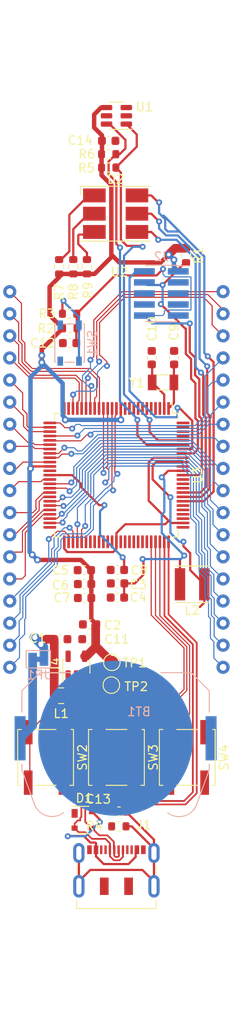
<source format=kicad_pcb>
(kicad_pcb (version 20221018) (generator pcbnew)
  (layers (0 "F.Cu" mixed) (31 "B.Cu" mixed) (34 "B.Paste" user) (35 "F.Paste" user) (36 "B.SilkS" user "B.Silkscreen") (37 "F.SilkS" user "F.Silkscreen") (38 "B.Mask" user) (39 "F.Mask" user) (44 "Edge.Cuts" user))
  (net 0 "")
  (net 1 "+BATT")
  (net 2 "GND")
  (net 3 "/Bat")
  (net 4 "+3V3")
  (net 5 "Net-(J1-SHIELD)")
  (net 6 "/MCU/D-")
  (net 7 "/MCU/D+")
  (net 8 "VBUS")
  (net 9 "/Bat_SW")
  (net 10 "Net-(R3-Pad2)")
  (net 11 "/MCU/LKJI2")
  (net 12 "/MCU/DEFCA3")
  (net 13 "/MCU/LKJI3")
  (net 14 "/MCU/DEFCA4")
  (net 15 "/MCU/LKJI4")
  (net 16 "/MCU/SCL")
  (net 17 "/MCU/SDA")
  (net 18 "/MCU/DEFCA1")
  (net 19 "/MCU/LKJI1")
  (net 20 "/MCU/DEFCA2")
  (net 21 "/MCU/DEFCA5")
  (net 22 "/MCU/LKJI8")
  (net 23 "/MCU/COM0")
  (net 24 "/MCU/LKJI5")
  (net 25 "/MCU/DEFCA6")
  (net 26 "/MCU/LKJI6")
  (net 27 "/MCU/DEFCA7")
  (net 28 "/MCU/LKJI7")
  (net 29 "/MCU/DEFCA8")
  (net 30 "/MCU/MNGH8")
  (net 31 "/MCU/MNGH7")
  (net 32 "/MCU/COM1")
  (net 33 "/MCU/DPCBA6")
  (net 34 "/MCU/MNGH6")
  (net 35 "/MCU/DPCBA5")
  (net 36 "/MCU/COM2")
  (net 37 "/MCU/COM3")
  (net 38 "/MCU/DPCBA8")
  (net 39 "/MCU/DPCBA7")
  (net 40 "/MCU/MNGH3")
  (net 41 "/MCU/MNGH1")
  (net 42 "Net-(U3D-VLCD)")
  (net 43 "/MCU/~{RESET}")
  (net 44 "Net-(U3D-VDDCORE)")
  (net 45 "Net-(U3D-VDDOUT)")
  (net 48 "/MCU/SWDIO")
  (net 49 "/MCU/SWCLK")
  (net 50 "Net-(U3A-PA00{slash}XIN32{slash}I0{slash}SERCOM1.0)")
  (net 51 "Net-(U3A-PA01{slash}XOUT32{slash}I1{slash}SERCOM1.1)")
  (net 54 "/MCU/MNGH5")
  (net 55 "/MCU/DPCBA4")
  (net 56 "/MCU/MNGH4")
  (net 57 "/MCU/DPCBA3")
  (net 58 "/MCU/DPCBA2")
  (net 59 "/MCU/MNGH2")
  (net 60 "/MCU/DPCBA1")
  (net 61 "/MCU/BTN1")
  (net 62 "/MCU/BTN2")
  (net 63 "/MCU/BTN3")
  (net 91 "/MCU/LED1")
  (net 92 "/MCU/LED2")
  (net 93 "/MCU/LED3")
  (net 100 "Net-(D2-RK)")
  (net 101 "Net-(D2-GK)")
  (net 102 "Net-(D2-BK)")
  (footprint "Resistor_SMD:R_0603_1608Metric" (layer "F.Cu") (at 93.4125 65.237142 90)
    (fp_text reference "R7")
    (fp_text value locked "330r")
  )
  (footprint "Resistor_SMD:R_0603_1608Metric" (layer "F.Cu") (at 99.1125 52.299642)
    (fp_text reference "R6")
    (fp_text value "2k2")
  )
  (footprint "Resistor_SMD:R_0603_1608Metric" (layer "F.Cu") (at 95.0375 65.237142 90)
    (fp_text reference "R8")
    (fp_text value "100r")
  )
  (footprint "Package_TO_SOT_SMD:SOT-143" (layer "F.Cu") (at 96.19 128.82)
    (fp_text reference "D1")
    (fp_text value "PRTR5V0U2X")
  )
  (footprint "TestPoint:TestPoint_Pad_D1.5mm" (layer "F.Cu") (at 99.4125 113.327142)
    (fp_text reference "TP2")
    (fp_text value "Gnd")
  )
  (footprint "Resistor_SMD:R_0603_1608Metric" (layer "F.Cu") (at 100.275 129.56 180)
    (fp_text reference "R4")
    (fp_text value "1M")
  )
  (footprint "Capacitor_SMD:C_0603_1608Metric" (layer "F.Cu") (at 100.1125 103.262142 180)
    (fp_text reference "C4")
    (fp_text value "100n")
  )
  (footprint "Button_Switch_SMD:SW_Push_1P1T_NO_CK_KSC7xxJ" (layer "F.Cu") (at 100 121.637142 90)
    (fp_text reference "SW3")
    (fp_text value "CK KSC2")
  )
  (footprint "Package_QFP:TQFP-100_14x14mm_P0.5mm" (layer "F.Cu") (at 100 89.189815 -90)
    (fp_text reference "U3")
    (fp_text value "ATSAML22N18A-AUT")
  )
  (footprint "Capacitor_SMD:C_0603_1608Metric" (layer "F.Cu") (at 96.9175 106.347142 180)
    (fp_text reference "C2")
    (fp_text value "10u")
  )
  (footprint "Resistor_SMD:R_0603_1608Metric" (layer "F.Cu") (at 99.1125 53.837142)
    (fp_text reference "R5")
    (fp_text value "2k2")
  )
  (footprint "Capacitor_SMD:C_0603_1608Metric" (layer "F.Cu") (at 106.6375 75.687142 -90)
    (fp_text reference "C9")
    (fp_text value "??p")
  )
  (footprint "Capacitor_SMD:C_0603_1608Metric" (layer "F.Cu") (at 96.3375 101.712142 180)
    (fp_text reference "C6")
    (fp_text value "10u")
  )
  (footprint "Capacitor_SMD:C_0603_1608Metric" (layer "F.Cu") (at 100.3 127.85 180)
    (fp_text reference "C13")
    (fp_text value "4n5")
  )
  (footprint "GaussCheckCustomFootprint:VIM-878-DP_8x14-segments_52x22mm" (layer "F.Cu") (at 87.73 68.1)
    (fp_text reference "U2")
    (fp_text value "VIM-878-DP")
  )
  (footprint "Capacitor_SMD:C_0603_1608Metric" (layer "F.Cu") (at 96.8425 108.047142 180)
    (fp_text reference "C11")
    (fp_text value "10u")
  )
  (footprint "Package_TO_SOT_SMD:SOT-23-5" (layer "F.Cu") (at 95.3925 111.147142 90)
    (fp_text reference "U4")
    (fp_text value "TPS613221ADBV")
  )
  (footprint "TestPoint:TestPoint_Pad_D1.5mm" (layer "F.Cu") (at 99.4725 110.707142)
    (fp_text reference "TP1")
    (fp_text value "3V3")
  )
  (footprint "Resistor_SMD:R_0603_1608Metric" (layer "F.Cu") (at 94.6125 70.637142 180)
    (fp_text reference "R3")
    (fp_text value "300r")
  )
  (footprint "Resistor_SMD:R_0603_1608Metric" (layer "F.Cu") (at 94.6375 72.312142)
    (fp_text reference "R2")
    (fp_text value "10k")
  )
  (footprint "Resistor_SMD:R_0603_1608Metric" (layer "F.Cu") (at 108.0125 63.937142 -90)
    (fp_text reference "R1")
    (fp_text value "1k")
  )
  (footprint "Connector_USB:USB_C_Receptacle_JAE_DX07S016JA1R1500" (layer "F.Cu") (at 100 135.3)
    (fp_text reference "J1")
    (fp_text value "USB_C_Receptacle_USB2.0")
  )
  (footprint "Knochi_Inductors:L_Murata_0806_2.00x1.60mm" (layer "F.Cu") (at 93.6425 114.547142)
    (fp_text reference "L1")
    (fp_text value "2u2")
  )
  (footprint "Capacitor_SMD:C_0603_1608Metric" (layer "F.Cu") (at 96.3125 100.112142 180)
    (fp_text reference "C5")
    (fp_text value "100n")
  )
  (footprint "Package_TO_SOT_SMD:SOT-23-6" (layer "F.Cu") (at 100 47.887142 180)
    (fp_text reference "U1")
    (fp_text value "TLV493D")
  )
  (footprint "LED_SMD:LED_RGB_Cree-PLCC-6_6x5mm_P2.1mm" (layer "F.Cu") (at 99.9125 59.137142)
    (fp_text reference "D2")
    (fp_text value "LED_RGB")
  )
  (footprint "Capacitor_SMD:C_0603_1608Metric" (layer "F.Cu") (at 100.1125 100.087142 180)
    (fp_text reference "C8")
    (fp_text value "1u")
  )
  (footprint "Inductor_SMD:L_Taiyo-Yuden_MD-4040" (layer "F.Cu") (at 108.7125 101.737142 180)
    (fp_text reference "L2")
    (fp_text value "10uH")
  )
  (footprint "Capacitor_SMD:C_0603_1608Metric" (layer "F.Cu") (at 99.1125 50.762142)
    (fp_text reference "C14")
    (fp_text value "100n")
  )
  (footprint "Capacitor_SMD:C_0603_1608Metric" (layer "F.Cu") (at 93.5925 108.047142)
    (fp_text reference "C1")
    (fp_text value "4u7")
  )
  (footprint "Capacitor_SMD:C_0603_1608Metric" (layer "F.Cu") (at 104.0625 75.687142 -90)
    (fp_text reference "C10")
    (fp_text value "??p")
  )
  (footprint "Button_Switch_SMD:SW_Push_1P1T_NO_CK_KSC7xxJ" (layer "F.Cu") (at 91.85 121.637142 90)
    (fp_text reference "SW2")
    (fp_text value "CK KSC2")
  )
  (footprint "Button_Switch_SMD:SW_Push_1P1T_NO_CK_KSC7xxJ" (layer "F.Cu") (at 108.15 121.637142 90)
    (fp_text reference "SW4")
    (fp_text value "CK KSC2")
  )
  (footprint "Capacitor_SMD:C_0603_1608Metric" (layer "F.Cu") (at 94.6125 74.012142 180)
    (fp_text reference "C12")
    (fp_text value "100n")
  )
  (footprint "Resistor_SMD:R_0603_1608Metric" (layer "F.Cu") (at 96.6125 65.237142 90)
    (fp_text reference "R9")
    (fp_text value "100r")
  )
  (footprint "Capacitor_SMD:C_0603_1608Metric" (layer "F.Cu") (at 96.3375 103.312142 180)
    (fp_text reference "C7")
    (fp_text value "100n")
  )
  (footprint "Crystal:Crystal_SMD_3215-2Pin_3.2x1.5mm" (layer "F.Cu") (at 105.3625 78.537142)
    (fp_text reference "Y1")
    (fp_text value "32.768kHz")
  )
  (footprint "Capacitor_SMD:C_0603_1608Metric" (layer "F.Cu") (at 100.1375 101.637142 180)
    (fp_text reference "C3")
    (fp_text value "1u")
  )
  (footprint "Button_Switch_SMD:SW_SPST_PTS810" (layer "B.Cu") (at 94.6125 74.012142 90)
    (fp_text reference "SW1")
    (fp_text value "PTS810")
  )
  (footprint "Jumper:SolderJumper-2_P1.3mm_Bridged_Pad1.0x1.5mm" (layer "B.Cu") (at 91.0125 110.357142)
    (fp_text reference "JP1")
    (fp_text value "IBatt")
  )
  (footprint "Connector_PinHeader_1.27mm:PinHeader_2x05_P1.27mm_Vertical_SMD" (layer "B.Cu") (at 105.1625 68.307142 180)
    (fp_text reference "J2")
    (fp_text value "SWD")
  )
  (footprint "Battery:BatteryHolder_Keystone_3034_1x20mm" (layer "B.Cu") (at 99.9025 119.437142 180)
    (fp_text reference "BT1")
    (fp_text value "Battery_Cell")
  )
  (segment (start 88.9175 119.437142) (end 90.3625 117.992142) (width 1) (layer "B.Cu") (net 1))
  (segment (start 90.3625 117.992142) (end 90.3625 110.357142) (width 1) (layer "B.Cu") (net 1))
  (segment (start 96.1125 113.837142) (end 95.3925 113.117142) (width 0.508) (layer "F.Cu") (net 2))
  (segment (start 95.3925 113.117142) (end 95.3925 112.284642) (width 0.508) (layer "F.Cu") (net 2))
  (segment (start 99.4125 113.327142) (end 98.9025 113.837142) (width 0.508) (layer "F.Cu") (net 2))
  (segment (start 98.9025 113.837142) (end 96.1125 113.837142) (width 0.508) (layer "F.Cu") (net 2))
  (segment (start 91.3125 108.637142) (end 91.3125 108.537142) (width 1) (layer "F.Cu") (net 3))
  (segment (start 91.9025 108.047142) (end 91.3125 108.637142) (width 1) (layer "F.Cu") (net 3))
  (segment (start 91.3125 108.537142) (end 90.6125 107.837142) (width 1) (layer "F.Cu") (net 3))
  (segment (start 92.8425 108.072142) (end 92.8175 108.047142) (width 1) (layer "F.Cu") (net 3))
  (segment (start 92.8425 114.547142) (end 92.8425 108.072142) (width 1) (layer "F.Cu") (net 3))
  (segment (start 92.8175 108.047142) (end 91.9025 108.047142) (width 1) (layer "F.Cu") (net 3))
  (via (at 91.3125 108.637142) (size 1) (drill 0.6) (layers "F.Cu" "B.Cu") (net 3))
  (via (at 90.6125 107.837142) (size 1) (drill 0.6) (layers "F.Cu" "B.Cu") (net 3))
  (segment (start 91.3125 108.637142) (end 91.3125 108.637142) (width 1) (layer "B.Cu") (net 3))
  (segment (start 91.6625 110.357142) (end 91.6625 108.987142) (width 1) (layer "B.Cu") (net 3))
  (segment (start 90.6125 107.837142) (end 90.5125 107.837142) (width 1) (layer "B.Cu") (net 3))
  (segment (start 91.6625 108.987142) (end 91.3125 108.637142) (width 1) (layer "B.Cu") (net 3))
  (segment (start 91.3125 108.637142) (end 90.6125 107.937142) (width 1) (layer "B.Cu") (net 3))
  (segment (start 91.3125 108.637142) (end 91.3125 108.637142) (width 1) (layer "B.Cu") (net 3))
  (segment (start 90.6125 107.937142) (end 90.6125 107.837142) (width 1) (layer "B.Cu") (net 3))
  (segment (start 90.5125 107.837142) (end 90.6125 107.937142) (width 1) (layer "B.Cu") (net 3))
  (segment (start 90.3125 98.337142) (end 90.1125 98.137142) (width 0.508) (layer "F.Cu") (net 4))
  (segment (start 106.6125 64.437142) (end 106.6125 64.437142) (width 0.508) (layer "F.Cu") (net 4))
  (segment (start 107.6625 87.189815) (end 104.259827 87.189815) (width 0.254) (layer "F.Cu") (net 4))
  (segment (start 106.265173 94.689815) (end 107.6625 94.689815) (width 0.254) (layer "F.Cu") (net 4))
  (segment (start 94.1125 82.837142) (end 94 82.724642) (width 0.125) (layer "F.Cu") (net 4))
  (segment (start 98.3375 50.762142) (end 98.3375 52.249642) (width 0.508) (layer "F.Cu") (net 4))
  (segment (start 98.2875 54.712142) (end 99.4125 55.837142) (width 0.508) (layer "F.Cu") (net 4))
  (segment (start 99.4125 64.137142) (end 99.4125 63.837142) (width 0.508) (layer "F.Cu") (net 4))
  (segment (start 97.6175 106.422142) (end 97.6925 106.347142) (width 0.508) (layer "F.Cu") (net 4))
  (segment (start 100 97.658329) (end 99.621187 98.037142) (width 0.254) (layer "F.Cu") (net 4))
  (segment (start 97.6125 108.937142) (end 97.6125 106.427142) (width 1) (layer "F.Cu") (net 4))
  (segment (start 97.1125 100.137142) (end 97.0875 100.112142) (width 0.508) (layer "F.Cu") (net 4))
  (segment (start 93.8125 72.312142) (end 92.3125 70.812142) (width 0.508) (layer "F.Cu") (net 4))
  (segment (start 98.2375 46.937142) (end 98.8625 46.937142) (width 0.508) (layer "F.Cu") (net 4))
  (segment (start 99.621187 98.037142) (end 94.3125 98.037142) (width 0.254) (layer "F.Cu") (net 4))
  (segment (start 106.0125 94.437142) (end 106.265173 94.689815) (width 0.254) (layer "F.Cu") (net 4))
  (segment (start 95.0375 66.062142) (end 96.6125 66.062142) (width 0.508) (layer "F.Cu") (net 4))
  (segment (start 91.4125 75.437142) (end 91.4125 76.237142) (width 0.508) (layer "F.Cu") (net 4))
  (segment (start 94.3125 98.037142) (end 94.3125 97.970829) (width 0.254) (layer "F.Cu") (net 4))
  (segment (start 97.1125 103.312142) (end 97.1125 105.767142) (width 0.508) (layer "F.Cu") (net 4))
  (segment (start 93.4125 66.437142) (end 93.4125 66.062142) (width 0.508) (layer "F.Cu") (net 4))
  (segment (start 91.4125 74.462142) (end 91.4125 75.437142) (width 0.508) (layer "F.Cu") (net 4))
  (segment (start 103.7125 92.137142) (end 106.0125 94.437142) (width 0.254) (layer "F.Cu") (net 4))
  (segment (start 92.3375 88.189815) (end 90.359827 88.189815) (width 0.254) (layer "F.Cu") (net 4))
  (segment (start 104.259827 87.189815) (end 103.7125 87.737142) (width 0.254) (layer "F.Cu") (net 4))
  (segment (start 96.829137 66.278779) (end 96.6125 66.062142) (width 0.254) (layer "F.Cu") (net 4))
  (segment (start 103.7125 87.737142) (end 103.7125 92.137142) (width 0.254) (layer "F.Cu") (net 4))
  (segment (start 97.6175 108.047142) (end 97.6175 108.852142) (width 1) (layer "F.Cu") (net 4))
  (segment (start 90.3125 98.337142) (end 90.3125 98.337142) (width 0.508) (layer "F.Cu") (net 4))
  (segment (start 94 97.658329) (end 94 96.852315) (width 0.254) (layer "F.Cu") (net 4))
  (segment (start 100.5 82.824642) (end 100.5125 82.837142) (width 0.254) (layer "F.Cu") (net 4))
  (segment (start 97.4875 66.062142) (end 99.4125 64.137142) (width 0.508) (layer "F.Cu") (net 4))
  (segment (start 106.0125 63.837142) (end 106.0125 63.837142) (width 0.508) (layer "F.Cu") (net 4))
  (segment (start 90.359827 88.189815) (end 90.1125 88.437142) (width 0.254) (layer "F.Cu") (net 4))
  (segment (start 94 81.527315) (end 94.0125 81.514815) (width 0.125) (layer "F.Cu") (net 4))
  (segment (start 106.7375 63.112142) (end 106.0125 63.837142) (width 1) (layer "F.Cu") (net 4))
  (segment (start 107.709827 94.737142) (end 107.6625 94.689815) (width 0.125) (layer "F.Cu") (net 4))
  (segment (start 96.6125 66.062142) (end 97.4875 66.062142) (width 0.508) (layer "F.Cu") (net 4))
  (segment (start 97.6175 108.852142) (end 99.4725 110.707142) (width 1) (layer "F.Cu") (net 4))
  (segment (start 95.9125 98.937142) (end 94.4125 98.937142) (width 0.508) (layer "F.Cu") (net 4))
  (segment (start 98.2875 53.837142) (end 98.2875 54.712142) (width 0.508) (layer "F.Cu") (net 4))
  (segment (start 98.1375 50.962142) (end 98.3375 50.762142) (width 0.508) (layer "F.Cu") (net 4))
  (segment (start 97.0875 100.112142) (end 95.9125 98.937142) (width 0.508) (layer "F.Cu") (net 4))
  (segment (start 105.1125 64.737142) (end 100.3125 64.737142) (width 0.508) (layer "F.Cu") (net 4))
  (segment (start 97.1125 105.767142) (end 97.6925 106.347142) (width 0.508) (layer "F.Cu") (net 4))
  (segment (start 101.0125 94.837142) (end 105.6125 94.837142) (width 0.254) (layer "F.Cu") (net 4))
  (segment (start 94.3125 97.970829) (end 94 97.658329) (width 0.254) (layer "F.Cu") (net 4))
  (segment (start 98.3375 50.137142) (end 98.3375 50.762142) (width 0.508) (layer "F.Cu") (net 4))
  (segment (start 94.4125 98.937142) (end 90.9125 98.937142) (width 0.508) (layer "F.Cu") (net 4))
  (segment (start 97.4375 49.237142) (end 98.3375 50.137142) (width 0.508) (layer "F.Cu") (net 4))
  (segment (start 100 96.852315) (end 100 97.658329) (width 0.254) (layer "F.Cu") (net 4))
  (segment (start 106.6125 64.437142) (end 106.7125 64.537142) (width 0.508) (layer "F.Cu") (net 4))
  (segment (start 97.1125 101.712142) (end 97.1125 100.137142) (width 0.508) (layer "F.Cu") (net 4))
  (segment (start 98.2875 52.299642) (end 98.2875 53.837142) (width 0.508) (layer "F.Cu") (net 4))
  (segment (start 92.3125 70.812142) (end 92.3125 67.537142) (width 0.508) (layer "F.Cu") (net 4))
  (segment (start 92.3125 67.537142) (end 93.4125 66.437142) (width 0.508) (layer "F.Cu") (net 4))
  (segment (start 100 95.849642) (end 101.0125 94.837142) (width 0.254) (layer "F.Cu") (net 4))
  (segment (start 98.3375 52.249642) (end 98.2875 52.299642) (width 0.508) (layer "F.Cu") (net 4))
  (segment (start 106.6125 64.437142) (end 106.6125 64.437142) (width 0.508) (layer "F.Cu") (net 4))
  (segment (start 97.4375 47.737142) (end 98.2375 46.937142) (width 0.508) (layer "F.Cu") (net 4))
  (segment (start 91.4125 74.712142) (end 93.8125 72.312142) (width 0.508) (layer "F.Cu") (net 4))
  (segment (start 96.54 110.009642) (end 97.6125 108.937142) (width 1) (layer "F.Cu") (net 4))
  (segment (start 106.0125 63.837142) (end 105.1125 64.737142) (width 0.508) (layer "F.Cu") (net 4))
  (segment (start 100 96.852315) (end 100 95.849642) (width 0.254) (layer "F.Cu") (net 4))
  (segment (start 105.6125 94.837142) (end 106.0125 94.437142) (width 0.254) (layer "F.Cu") (net 4))
  (segment (start 90.3125 98.337142) (end 90.3125 98.337142) (width 0.508) (layer "F.Cu") (net 4))
  (segment (start 99.4125 55.837142) (end 99.4125 63.837142) (width 0.508) (layer "F.Cu") (net 4))
  (segment (start 107.615173 94.737142) (end 107.6625 94.689815) (width 0.125) (layer "F.Cu") (net 4))
  (segment (start 100.5 81.527315) (end 100.5 82.824642) (width 0.254) (layer "F.Cu") (net 4))
  (segment (start 93.4125 66.062142) (end 95.0375 66.062142) (width 0.508) (layer "F.Cu") (net 4))
  (segment (start 108.0125 63.112142) (end 106.7375 63.112142) (width 1) (layer "F.Cu") (net 4))
  (segment (start 94 82.724642) (end 94 81.527315) (width 0.254) (layer "F.Cu") (net 4))
  (segment (start 100.3125 64.737142) (end 99.4125 63.837142) (width 0.508) (layer "F.Cu") (net 4))
  (segment (start 96.3425 110.009642) (end 96.54 110.009642) (width 1) (layer "F.Cu") (net 4))
  (segment (start 97.1125 103.312142) (end 97.1125 101.712142) (width 0.508) (layer "F.Cu") (net 4))
  (segment (start 97.4375 49.237142) (end 97.4375 47.737142) (width 0.508) (layer "F.Cu") (net 4))
  (via (at 90.1125 88.437142) (size 0.8) (drill 0.4) (layers "F.Cu" "B.Cu") (net 4))
  (via (at 90.9125 98.937142) (size 0.8) (drill 0.4) (layers "F.Cu" "B.Cu") (net 4))
  (via (at 106.0125 63.837142) (size 0.8) (drill 0.4) (layers "F.Cu" "B.Cu") (net 4))
  (via (at 90.3125 98.337142) (size 0.8) (drill 0.4) (layers "F.Cu" "B.Cu") (net 4))
  (via (at 94.1125 82.837142) (size 0.8) (drill 0.4) (layers "F.Cu" "B.Cu") (net 4))
  (via (at 100.5125 82.837142) (size 0.8) (drill 0.4) (layers "F.Cu" "B.Cu") (net 4))
  (via (at 106.6125 64.437142) (size 0.8) (drill 0.4) (layers "F.Cu" "B.Cu") (net 4))
  (via (at 91.4125 76.237142) (size 0.8) (drill 0.4) (layers "F.Cu" "B.Cu") (net 4))
  (via (at 91.4125 75.437142) (size 0.8) (drill 0.4) (layers "F.Cu" "B.Cu") (net 4))
  (segment (start 90.9125 98.937142) (end 90.3125 98.337142) (width 0.508) (layer "B.Cu") (net 4))
  (segment (start 90.0125 98.037142) (end 90.0125 88.537142) (width 0.508) (layer "B.Cu") (net 4))
  (segment (start 93.8125 78.637142) (end 93.8125 82.337142) (width 0.508) (layer "B.Cu") (net 4))
  (segment (start 90.1125 77.937142) (end 91.4125 76.637142) (width 0.508) (layer "B.Cu") (net 4))
  (segment (start 90.1125 88.437142) (end 90.1125 77.937142) (width 0.508) (layer "B.Cu") (net 4))
  (segment (start 94.1125 82.637142) (end 94.1125 82.837142) (width 0.508) (layer "B.Cu") (net 4))
  (segment (start 90.0125 88.537142) (end 90.1125 88.437142) (width 0.508) (layer "B.Cu") (net 4))
  (segment (start 106.6125 64.437142) (end 106.6125 65.267142) (width 0.508) (layer "B.Cu") (net 4))
  (segment (start 90.3125 98.337142) (end 90.0125 98.037142) (width 0.508) (layer "B.Cu") (net 4))
  (segment (start 91.4125 76.237142) (end 93.8125 78.637142) (width 0.508) (layer "B.Cu") (net 4))
  (segment (start 100.5125 82.837142) (end 100.5125 82.637142) (width 0.508) (layer "B.Cu") (net 4))
  (segment (start 106.0125 63.837142) (end 106.6125 64.437142) (width 0.508) (layer "B.Cu") (net 4))
  (segment (start 93.8125 82.337142) (end 94.1125 82.637142) (width 0.508) (layer "B.Cu") (net 4))
  (segment (start 91.4125 76.637142) (end 91.4125 76.237142) (width 0.508) (layer "B.Cu") (net 4))
  (segment (start 106.6125 65.267142) (end 107.1125 65.767142) (width 0.508) (layer "B.Cu") (net 4))
  (segment (start 94.1125 82.837142) (end 100.5125 82.837142) (width 0.508) (layer "B.Cu") (net 4))
  (segment (start 104.32 135.9) (end 104.32 136.45) (width 0.254) (layer "F.Cu") (net 5))
  (segment (start 95.68 132.625) (end 95.68 132.987423) (width 0.254) (layer "F.Cu") (net 5))
  (segment (start 102.99 134.57) (end 104.32 135.9) (width 0.254) (layer "F.Cu") (net 5))
  (segment (start 95.68 135.88) (end 96.99 134.57) (width 0.254) (layer "F.Cu") (net 5))
  (segment (start 101.075 127.85) (end 104.32 131.095) (width 0.254) (layer "F.Cu") (net 5))
  (segment (start 104.32 132.125) (end 104.32 132.625) (width 0.254) (layer "F.Cu") (net 5))
  (segment (start 101.1 129.56) (end 101.755 129.56) (width 0.254) (layer "F.Cu") (net 5))
  (segment (start 104.32 131.095) (end 104.32 132.625) (width 0.254) (layer "F.Cu") (net 5))
  (segment (start 95.68 136.45) (end 95.68 132.625) (width 0.254) (layer "F.Cu") (net 5))
  (segment (start 104.32 133.125) (end 104.32 132.625) (width 0.254) (layer "F.Cu") (net 5))
  (segment (start 101.755 129.56) (end 104.32 132.125) (width 0.254) (layer "F.Cu") (net 5))
  (segment (start 96.99 134.57) (end 102.99 134.57) (width 0.254) (layer "F.Cu") (net 5))
  (segment (start 104.32 132.625) (end 104.32 136.45) (width 0.254) (layer "F.Cu") (net 5))
  (segment (start 95.68 136.45) (end 95.68 135.88) (width 0.254) (layer "F.Cu") (net 5))
  (segment (start 108.7875 108.630342) (end 105.524999 105.367841) (width 0.2) (layer "F.Cu") (net 6))
  (segment (start 95.19 129.244999) (end 95.564999 128.87) (width 0.2) (layer "F.Cu") (net 6))
  (segment (start 96.425608 130.243) (end 95.663 130.243) (width 0.2) (layer "F.Cu") (net 6))
  (segment (start 99.25 132.25) (end 99.25 132.995685) (width 0.2) (layer "F.Cu") (net 6))
  (segment (start 98.731 130.996) (end 97.178609 130.996) (width 0.2) (layer "F.Cu") (net 6))
  (segment (start 100.355685 133.47) (end 100.75 133.075685) (width 0.2) (layer "F.Cu") (net 6))
  (segment (start 108.7875 125.643942) (end 108.7875 108.630342) (width 0.2) (layer "F.Cu") (net 6))
  (segment (start 99.25 132.25) (end 99.25 131.515) (width 0.2) (layer "F.Cu") (net 6))
  (segment (start 100.75 133.075685) (end 100.75 132.25) (width 0.2) (layer "F.Cu") (net 6))
  (segment (start 95.965 128.469999) (end 95.965 127.3768) (width 0.2) (layer "F.Cu") (net 6))
  (segment (start 105.524999 105.367841) (end 105.524999 96.877314) (width 0.2) (layer "F.Cu") (net 6))
  (segment (start 99.724315 133.47) (end 100.355685 133.47) (width 0.2) (layer "F.Cu") (net 6))
  (segment (start 105.524999 96.877314) (end 105.5 96.852315) (width 0.2) (layer "F.Cu") (net 6))
  (segment (start 99.25 132.995685) (end 99.724315 133.47) (width 0.2) (layer "F.Cu") (net 6))
  (segment (start 95.84 128.87) (end 95.84 128.594999) (width 0.2) (layer "F.Cu") (net 6))
  (segment (start 95.84 128.594999) (end 95.965 128.469999) (width 0.2) (layer "F.Cu") (net 6))
  (segment (start 96.6968 126.645) (end 107.786442 126.645) (width 0.2) (layer "F.Cu") (net 6))
  (segment (start 95.19 129.77) (end 95.19 129.244999) (width 0.2) (layer "F.Cu") (net 6))
  (segment (start 99.25 131.515) (end 98.731 130.996) (width 0.2) (layer "F.Cu") (net 6))
  (segment (start 95.663 130.243) (end 95.19 129.77) (width 0.2) (layer "F.Cu") (net 6))
  (segment (start 107.786442 126.645) (end 108.7875 125.643942) (width 0.2) (layer "F.Cu") (net 6))
  (segment (start 95.564999 128.87) (end 95.84 128.87) (width 0.2) (layer "F.Cu") (net 6))
  (segment (start 97.178609 130.996) (end 96.425608 130.243) (width 0.2) (layer "F.Cu") (net 6))
  (segment (start 95.965 127.3768) (end 96.6968 126.645) (width 0.2) (layer "F.Cu") (net 6))
  (segment (start 96.415 127.5632) (end 96.9332 127.045) (width 0.2) (layer "F.Cu") (net 7))
  (segment (start 99.75 132.93) (end 99.89 133.07) (width 0.2) (layer "F.Cu") (net 7))
  (segment (start 98.967369 130.596) (end 98.016 130.596) (width 0.2) (layer "F.Cu") (net 7))
  (segment (start 100.19 133.07) (end 100.29 132.97) (width 0.2) (layer "F.Cu") (net 7))
  (segment (start 99.699981 132.199981) (end 99.699981 131.328612) (width 0.2) (layer "F.Cu") (net 7))
  (segment (start 99.75 132.25) (end 99.699981 132.199981) (width 0.2) (layer "F.Cu") (net 7))
  (segment (start 109.2375 108.443942) (end 106 105.206442) (width 0.2) (layer "F.Cu") (net 7))
  (segment (start 109.2375 125.759628) (end 109.2375 108.443942) (width 0.2) (layer "F.Cu") (net 7))
  (segment (start 99.699981 131.328612) (end 98.967369 130.596) (width 0.2) (layer "F.Cu") (net 7))
  (segment (start 100.29 132.97) (end 100.29 132.29) (width 0.2) (layer "F.Cu") (net 7))
  (segment (start 98.016 130.596) (end 97.19 129.77) (width 0.2) (layer "F.Cu") (net 7))
  (segment (start 99.75 132.25) (end 99.75 132.93) (width 0.2) (layer "F.Cu") (net 7))
  (segment (start 97.14 129.77) (end 96.415 129.045) (width 0.2) (layer "F.Cu") (net 7))
  (segment (start 96.415 129.045) (end 96.415 127.5632) (width 0.2) (layer "F.Cu") (net 7))
  (segment (start 99.89 133.07) (end 100.19 133.07) (width 0.2) (layer "F.Cu") (net 7))
  (segment (start 96.9332 127.045) (end 107.952128 127.045) (width 0.2) (layer "F.Cu") (net 7))
  (segment (start 100.29 132.29) (end 100.25 132.25) (width 0.2) (layer "F.Cu") (net 7))
  (segment (start 106 105.206442) (end 106 96.852315) (width 0.2) (layer "F.Cu") (net 7))
  (segment (start 97.19 129.77) (end 97.14 129.77) (width 0.2) (layer "F.Cu") (net 7))
  (segment (start 107.952128 127.045) (end 109.2375 125.759628) (width 0.2) (layer "F.Cu") (net 7))
  (segment (start 102.212 133.077) (end 102.212 132.388) (width 0.254) (layer "F.Cu") (net 8))
  (segment (start 98.09 129.07) (end 98.09 128.77) (width 0.254) (layer "F.Cu") (net 8))
  (segment (start 98.09 128.77) (end 97.19 127.87) (width 0.254) (layer "F.Cu") (net 8))
  (segment (start 102.212 132.388) (end 102.35 132.25) (width 0.254) (layer "F.Cu") (net 8))
  (segment (start 97.577 131.423) (end 97.001739 131.423) (width 0.254) (layer "F.Cu") (net 8))
  (segment (start 97.65 132.25) (end 97.65 131.496) (width 0.254) (layer "F.Cu") (net 8))
  (segment (start 96.248739 130.67) (end 94.39 130.67) (width 0.254) (layer "F.Cu") (net 8))
  (segment (start 101.392 133.897) (end 102.212 133.077) (width 0.254) (layer "F.Cu") (net 8))
  (segment (start 97.65 132.25) (end 97.65 133.004) (width 0.254) (layer "F.Cu") (net 8))
  (segment (start 98.543 133.897) (end 101.392 133.897) (width 0.254) (layer "F.Cu") (net 8))
  (segment (start 97.65 131.496) (end 97.577 131.423) (width 0.254) (layer "F.Cu") (net 8))
  (segment (start 97.65 133.004) (end 98.543 133.897) (width 0.254) (layer "F.Cu") (net 8))
  (segment (start 97.001739 131.423) (end 96.248739 130.67) (width 0.254) (layer "F.Cu") (net 8))
  (via (at 98.09 129.07) (size 0.7) (drill 0.3) (layers "F.Cu" "B.Cu") (net 8))
  (via (at 94.4 130.7) (size 0.7) (drill 0.3) (layers "F.Cu" "B.Cu") (net 8))
  (segment (start 94.4 130.7) (end 96.46 130.7) (width 0.25) (layer "B.Cu") (net 8))
  (segment (start 96.46 130.7) (end 98.09 129.07) (width 0.25) (layer "B.Cu") (net 8))
  (segment (start 94.4425 114.547142) (end 94.4425 112.284642) (width 0.508) (layer "F.Cu") (net 9))
  (segment (start 93.7875 69.262142) (end 93.9125 69.137142) (width 0.254) (layer "F.Cu") (net 10))
  (segment (start 93.7875 70.637142) (end 93.7875 69.262142) (width 0.254) (layer "F.Cu") (net 10))
  (via (at 93.9125 69.137142) (size 0.7) (drill 0.3) (layers "F.Cu" "B.Cu") (net 10))
  (segment (start 93.9125 69.237142) (end 93.9125 69.137142) (width 0.254) (layer "B.Cu") (net 10))
  (segment (start 95.6875 71.937142) (end 95.6875 71.012142) (width 0.254) (layer "B.Cu") (net 10))
  (segment (start 93.8125 69.137142) (end 93.8125 69.137142) (width 0.254) (layer "B.Cu") (net 10))
  (segment (start 93.9125 69.137142) (end 93.8125 69.137142) (width 0.254) (layer "B.Cu") (net 10))
  (segment (start 95.6875 76.087142) (end 95.6875 71.937142) (width 0.254) (layer "B.Cu") (net 10))
  (segment (start 95.6875 71.012142) (end 93.9125 69.237142) (width 0.254) (layer "B.Cu") (net 10))
  (segment (start 95.5 80.812518) (end 95.5 81.527315) (width 0.125) (layer "F.Cu") (net 11))
  (segment (start 90.047143 78.037142) (end 95.2125 78.037142) (width 0.125) (layer "F.Cu") (net 11))
  (segment (start 95.2125 78.037142) (end 95.7125 78.537142) (width 0.125) (layer "F.Cu") (net 11))
  (segment (start 87.73 75.72) (end 90.047143 78.037142) (width 0.125) (layer "F.Cu") (net 11))
  (segment (start 95.5125 81.514815) (end 95.5 81.527315) (width 0.125) (layer "F.Cu") (net 11))
  (segment (start 95.7125 80.600018) (end 95.5 80.812518) (width 0.125) (layer "F.Cu") (net 11))
  (segment (start 95.7125 78.537142) (end 95.7125 80.600018) (width 0.125) (layer "F.Cu") (net 11))
  (segment (start 89.865173 83.689815) (end 89.7125 83.537142) (width 0.125) (layer "F.Cu") (net 12))
  (segment (start 89.2125 81.637142) (end 89.7125 82.137142) (width 0.125) (layer "F.Cu") (net 12))
  (segment (start 89.2125 79.7425) (end 89.2125 81.637142) (width 0.125) (layer "F.Cu") (net 12))
  (segment (start 89.7125 82.137142) (end 89.7125 83.537142) (width 0.125) (layer "F.Cu") (net 12))
  (segment (start 92.3375 83.689815) (end 89.865173 83.689815) (width 0.125) (layer "F.Cu") (net 12))
  (segment (start 87.73 78.26) (end 89.2125 79.7425) (width 0.125) (layer "F.Cu") (net 12))
  (segment (start 89.3125 82.3825) (end 89.3125 83.596762) (width 0.125) (layer "F.Cu") (net 13))
  (segment (start 87.73 80.8) (end 89.3125 82.3825) (width 0.125) (layer "F.Cu") (net 13))
  (segment (start 89.3125 83.596762) (end 89.905553 84.189815) (width 0.125) (layer "F.Cu") (net 13))
  (segment (start 89.905553 84.189815) (end 92.3375 84.189815) (width 0.125) (layer "F.Cu") (net 13))
  (segment (start 89.927142 85.537142) (end 87.73 83.34) (width 0.125) (layer "F.Cu") (net 14))
  (segment (start 90.47212 85.537142) (end 89.927142 85.537142) (width 0.125) (layer "F.Cu") (net 14))
  (segment (start 92.3375 85.689815) (end 90.624793 85.689815) (width 0.125) (layer "F.Cu") (net 14))
  (segment (start 90.624793 85.689815) (end 90.47212 85.537142) (width 0.125) (layer "F.Cu") (net 14))
  (segment (start 87.73 85.88) (end 90.355358 85.88) (width 0.125) (layer "F.Cu") (net 15))
  (segment (start 92.284827 86.137142) (end 92.3375 86.189815) (width 0.125) (layer "F.Cu") (net 15))
  (segment (start 90.6125 86.137142) (end 92.284827 86.137142) (width 0.125) (layer "F.Cu") (net 15))
  (segment (start 90.355358 85.88) (end 90.6125 86.137142) (width 0.125) (layer "F.Cu") (net 15))
  (segment (start 103.8125 84.237142) (end 104.765173 85.189815) (width 0.254) (layer "F.Cu") (net 16))
  (segment (start 99.9375 53.837142) (end 102.3375 51.437142) (width 0.254) (layer "F.Cu") (net 16))
  (segment (start 100.5125 54.412142) (end 100.5125 62.141142) (width 0.254) (layer "F.Cu") (net 16))
  (segment (start 102.3375 50.037142) (end 101.1375 48.837142) (width 0.254) (layer "F.Cu") (net 16))
  (segment (start 104.765173 85.189815) (end 107.6625 85.189815) (width 0.254) (layer "F.Cu") (net 16))
  (segment (start 103.8125 82.837142) (end 103.8125 84.237142) (width 0.254) (layer "F.Cu") (net 16))
  (segment (start 99.9375 53.837142) (end 100.0645 53.837142) (width 0.254) (layer "F.Cu") (net 16))
  (segment (start 102.3375 51.437142) (end 102.3375 50.037142) (width 0.254) (layer "F.Cu") (net 16))
  (segment (start 102.9125 62.837142) (end 103.0125 62.937142) (width 0.254) (layer "F.Cu") (net 16))
  (segment (start 99.9375 53.837142) (end 100.5125 54.412142) (width 0.254) (layer "F.Cu") (net 16))
  (segment (start 101.2085 62.837142) (end 102.9125 62.837142) (width 0.254) (layer "F.Cu") (net 16))
  (segment (start 100.5125 62.141142) (end 101.2085 62.837142) (width 0.254) (layer "F.Cu") (net 16))
  (via (at 103.8125 82.837142) (size 0.7) (drill 0.3) (layers "F.Cu" "B.Cu") (net 16))
  (via (at 103.0125 62.937142) (size 0.7) (drill 0.3) (layers "F.Cu" "B.Cu") (net 16))
  (segment (start 103.0125 62.937142) (end 101.9125 62.937142) (width 0.254) (layer "B.Cu") (net 16))
  (segment (start 100.8665 79.891142) (end 103.8125 82.837142) (width 0.254) (layer "B.Cu") (net 16))
  (segment (start 100.8665 63.983142) (end 100.8665 79.891142) (width 0.254) (layer "B.Cu") (net 16))
  (segment (start 101.9125 62.937142) (end 100.8665 63.983142) (width 0.254) (layer "B.Cu") (net 16))
  (segment (start 99.9375 52.299642) (end 99.1 53.137142) (width 0.254) (layer "F.Cu") (net 17))
  (segment (start 99.9375 52.299642) (end 100.375 52.299642) (width 0.254) (layer "F.Cu") (net 17))
  (segment (start 99.9935 55.5) (end 99.9935 62.618142) (width 0.254) (layer "F.Cu") (net 17))
  (segment (start 100.375 52.299642) (end 101.0375 51.637142) (width 0.254) (layer "F.Cu") (net 17))
  (segment (start 102.4125 84.637142) (end 103.465173 85.689815) (width 0.254) (layer "F.Cu") (net 17))
  (segment (start 99.218146 48.837142) (end 98.8625 48.837142) (width 0.254) (layer "F.Cu") (net 17))
  (segment (start 100.4125 63.137142) (end 100.3125 63.037142) (width 0.254) (layer "F.Cu") (net 17))
  (segment (start 101.0375 51.637142) (end 101.0375 50.656496) (width 0.254) (layer "F.Cu") (net 17))
  (segment (start 99.1 54.6065) (end 99.9935 55.5) (width 0.254) (layer "F.Cu") (net 17))
  (segment (start 100.3125 63.037142) (end 100.4125 63.037142) (width 0.254) (layer "F.Cu") (net 17))
  (segment (start 99.9935 62.618142) (end 100.4125 63.037142) (width 0.254) (layer "F.Cu") (net 17))
  (segment (start 103.465173 85.689815) (end 107.6625 85.689815) (width 0.254) (layer "F.Cu") (net 17))
  (segment (start 100.4125 63.037142) (end 100.4125 63.137142) (width 0.254) (layer "F.Cu") (net 17))
  (segment (start 102.4125 82.837142) (end 102.4125 84.637142) (width 0.254) (layer "F.Cu") (net 17))
  (segment (start 99.1 53.137142) (end 99.1 54.6065) (width 0.254) (layer "F.Cu") (net 17))
  (segment (start 101.0375 50.656496) (end 99.218146 48.837142) (width 0.254) (layer "F.Cu") (net 17))
  (via (at 102.4125 82.837142) (size 0.7) (drill 0.3) (layers "F.Cu" "B.Cu") (net 17))
  (via (at 100.4125 63.037142) (size 0.7) (drill 0.3) (layers "F.Cu" "B.Cu") (net 17))
  (segment (start 102.4125 82.837142) (end 102.5125 82.837142) (width 0.254) (layer "B.Cu") (net 17))
  (segment (start 102.4125 82.737142) (end 102.4125 82.837142) (width 0.254) (layer "B.Cu") (net 17))
  (segment (start 100.4125 80.737142) (end 102.4125 82.737142) (width 0.254) (layer "B.Cu") (net 17))
  (segment (start 100.4125 63.037142) (end 100.4125 80.737142) (width 0.254) (layer "B.Cu") (net 17))
  (segment (start 102.5125 82.837142) (end 102.5125 82.837142) (width 0.254) (layer "B.Cu") (net 17))
  (segment (start 90.322121 76.933262) (end 97.00862 76.933262) (width 0.125) (layer "F.Cu") (net 18))
  (segment (start 89.0795 73.61026) (end 89.464441 73.995201) (width 0.125) (layer "F.Cu") (net 18))
  (segment (start 98.05 81.477315) (end 98 81.527315) (width 0.125) (layer "F.Cu") (net 18))
  (segment (start 87.73 68.1) (end 89.0795 69.4495) (width 0.125) (layer "F.Cu") (net 18))
  (segment (start 97.00862 76.933262) (end 98.05 77.974642) (width 0.125) (layer "F.Cu") (net 18))
  (segment (start 89.464441 76.075582) (end 90.322121 76.933262) (width 0.125) (layer "F.Cu") (net 18))
  (segment (start 89.464441 73.995201) (end 89.464441 76.075582) (width 0.125) (layer "F.Cu") (net 18))
  (segment (start 98.05 77.974642) (end 98.05 81.477315) (width 0.125) (layer "F.Cu") (net 18))
  (segment (start 89.0795 69.4495) (end 89.0795 73.61026) (width 0.125) (layer "F.Cu") (net 18))
  (segment (start 97.725 80.124642) (end 97.5 80.349642) (width 0.125) (layer "F.Cu") (net 19))
  (segment (start 87.73 70.64) (end 88.7545 71.6645) (width 0.125) (layer "F.Cu") (net 19))
  (segment (start 97.5125 81.514815) (end 97.5 81.527315) (width 0.125) (layer "F.Cu") (net 19))
  (segment (start 89.139441 74.129821) (end 89.139441 76.210201) (width 0.125) (layer "F.Cu") (net 19))
  (segment (start 97.5 80.349642) (end 97.5 81.527315) (width 0.125) (layer "F.Cu") (net 19))
  (segment (start 89.139441 76.210201) (end 90.1875 77.258262) (width 0.125) (layer "F.Cu") (net 19))
  (segment (start 88.7545 73.74488) (end 89.139441 74.129821) (width 0.125) (layer "F.Cu") (net 19))
  (segment (start 88.7545 71.6645) (end 88.7545 73.74488) (width 0.125) (layer "F.Cu") (net 19))
  (segment (start 97.725 78.149642) (end 97.725 80.124642) (width 0.125) (layer "F.Cu") (net 19))
  (segment (start 96.83362 77.258262) (end 97.725 78.149642) (width 0.125) (layer "F.Cu") (net 19))
  (segment (start 90.1875 77.258262) (end 96.83362 77.258262) (width 0.125) (layer "F.Cu") (net 19))
  (segment (start 87.73 73.18) (end 88.7545 74.2045) (width 0.125) (layer "F.Cu") (net 20))
  (segment (start 96.0375 81.489815) (end 96 81.527315) (width 0.125) (layer "F.Cu") (net 20))
  (segment (start 95.34712 77.712142) (end 96.0375 78.402523) (width 0.125) (layer "F.Cu") (net 20))
  (segment (start 88.7545 76.28488) (end 90.181761 77.712142) (width 0.125) (layer "F.Cu") (net 20))
  (segment (start 90.181761 77.712142) (end 95.34712 77.712142) (width 0.125) (layer "F.Cu") (net 20))
  (segment (start 96.0375 78.402523) (end 96.0375 81.489815) (width 0.125) (layer "F.Cu") (net 20))
  (segment (start 88.7545 74.2045) (end 88.7545 76.28488) (width 0.125) (layer "F.Cu") (net 20))
  (segment (start 89.259827 87.689815) (end 92.3375 87.689815) (width 0.125) (layer "F.Cu") (net 21))
  (segment (start 88.529642 88.42) (end 89.259827 87.689815) (width 0.125) (layer "F.Cu") (net 21))
  (segment (start 87.73 88.42) (end 88.529642 88.42) (width 0.125) (layer "F.Cu") (net 21))
  (segment (start 95 95.624642) (end 94.6125 95.237142) (width 0.125) (layer "F.Cu") (net 22))
  (segment (start 95 96.852315) (end 95 95.624642) (width 0.125) (layer "F.Cu") (net 22))
  (via (at 94.6125 95.237142) (size 0.7) (drill 0.3) (layers "F.Cu" "B.Cu") (net 22))
  (segment (start 87.73 106.2) (end 88.9125 105.0175) (width 0.125) (layer "B.Cu") (net 22))
  (segment (start 88.9125 105.0175) (end 88.9125 102.937142) (width 0.125) (layer "B.Cu") (net 22))
  (segment (start 92.825 96.424642) (end 94.0125 95.237142) (width 0.125) (layer "B.Cu") (net 22))
  (segment (start 88.9125 102.937142) (end 92.5375 99.312142) (width 0.125) (layer "B.Cu") (net 22))
  (segment (start 94.0125 95.237142) (end 94.6125 95.237142) (width 0.125) (layer "B.Cu") (net 22))
  (segment (start 92.5375 97.737142) (end 92.825 97.449642) (width 0.125) (layer "B.Cu") (net 22))
  (segment (start 92.5375 99.312142) (end 92.5375 97.737142) (width 0.125) (layer "B.Cu") (net 22))
  (segment (start 92.825 97.449642) (end 92.825 96.424642) (width 0.125) (layer "B.Cu") (net 22))
  (segment (start 99.85 88.274642) (end 99.85 88.137142) (width 0.125) (layer "F.Cu") (net 23))
  (segment (start 99.8125 89.037142) (end 99.8125 88.174642) (width 0.125) (layer "F.Cu") (net 23))
  (segment (start 100.1125 89.037142) (end 100.0125 89.137142) (width 0.125) (layer "F.Cu") (net 23))
  (segment (start 99.85 88.137142) (end 99.85 82.399642) (width 0.125) (layer "F.Cu") (net 23))
  (segment (start 99.9125 89.137142) (end 100.1125 89.037142) (width 0.125) (layer "F.Cu") (net 23))
  (segment (start 99.8125 88.174642) (end 99.85 88.137142) (width 0.125) (layer "F.Cu") (net 23))
  (segment (start 99.85 82.399642) (end 100 82.249642) (width 0.125) (layer "F.Cu") (net 23))
  (segment (start 99.8125 89.037142) (end 99.9125 89.137142) (width 0.125) (layer "F.Cu") (net 23))
  (segment (start 100 82.249642) (end 100 81.527315) (width 0.125) (layer "F.Cu") (net 23))
  (via (at 100.1125 89.037142) (size 0.7) (drill 0.3) (layers "F.Cu" "B.Cu") (net 23))
  (segment (start 88.8125 107.6575) (end 88.8125 105.937142) (width 0.125) (layer "B.Cu") (net 23))
  (segment (start 93.29231 96.416952) (end 93.77212 95.937142) (width 0.125) (layer "B.Cu") (net 23))
  (segment (start 89.2375 103.071762) (end 92.8625 99.446761) (width 0.125) (layer "B.Cu") (net 23))
  (segment (start 93.77212 95.937142) (end 96.378706 95.937142) (width 0.125) (layer "B.Cu") (net 23))
  (segment (start 98.919086 90.696762) (end 99.7125 89.903348) (width 0.125) (layer "B.Cu") (net 23))
  (segment (start 99.7125 89.903348) (end 99.7125 89.437142) (width 0.125) (layer "B.Cu") (net 23))
  (segment (start 92.8625 97.871762) (end 93.29231 97.441951) (width 0.125) (layer "B.Cu") (net 23))
  (segment (start 97.025 92.484262) (end 98.8125 90.696762) (width 0.125) (layer "B.Cu") (net 23))
  (segment (start 89.2375 105.512142) (end 89.2375 103.071762) (width 0.125) (layer "B.Cu") (net 23))
  (segment (start 92.8625 99.446761) (end 92.8625 97.871762) (width 0.125) (layer "B.Cu") (net 23))
  (segment (start 99.7125 89.437142) (end 100.1125 89.037142) (width 0.125) (layer "B.Cu") (net 23))
  (segment (start 97.025 95.290848) (end 97.025 92.484262) (width 0.125) (layer "B.Cu") (net 23))
  (segment (start 96.378706 95.937142) (end 97.025 95.290848) (width 0.125) (layer "B.Cu") (net 23))
  (segment (start 87.73 108.74) (end 88.8125 107.6575) (width 0.125) (layer "B.Cu") (net 23))
  (segment (start 93.29231 97.441951) (end 93.29231 96.416952) (width 0.125) (layer "B.Cu") (net 23))
  (segment (start 88.8125 105.937142) (end 89.2375 105.512142) (width 0.125) (layer "B.Cu") (net 23))
  (segment (start 98.8125 90.696762) (end 98.919086 90.696762) (width 0.125) (layer "B.Cu") (net 23))
  (segment (start 88.752858 89.937142) (end 91.3125 89.937142) (width 0.125) (layer "F.Cu") (net 24))
  (segment (start 87.73 90.96) (end 88.752858 89.937142) (width 0.125) (layer "F.Cu") (net 24))
  (segment (start 91.559827 89.689815) (end 92.3375 89.689815) (width 0.125) (layer "F.Cu") (net 24))
  (segment (start 91.3125 89.937142) (end 91.559827 89.689815) (width 0.125) (layer "F.Cu") (net 24))
  (segment (start 90.393279 93.5) (end 90.7875 93.105778) (width 0.125) (layer "F.Cu") (net 25))
  (segment (start 90.7875 93.012142) (end 90.734319 92.958961) (width 0.125) (layer "F.Cu") (net 25))
  (segment (start 91.622703 91.189815) (end 92.3375 91.189815) (width 0.125) (layer "F.Cu") (net 25))
  (segment (start 90.7875 93.105778) (end 90.7875 93.012142) (width 0.125) (layer "F.Cu") (net 25))
  (segment (start 90.734319 92.078199) (end 91.622703 91.189815) (width 0.125) (layer "F.Cu") (net 25))
  (segment (start 87.73 93.5) (end 90.393279 93.5) (width 0.125) (layer "F.Cu") (net 25))
  (segment (start 90.734319 92.958961) (end 90.734319 92.078199) (width 0.125) (layer "F.Cu") (net 25))
  (segment (start 87.73 96.04) (end 88.312899 96.04) (width 0.125) (layer "F.Cu") (net 26))
  (segment (start 91.622703 91.689815) (end 92.3375 91.689815) (width 0.125) (layer "F.Cu") (net 26))
  (segment (start 91.1125 92.200018) (end 91.622703 91.689815) (width 0.125) (layer "F.Cu") (net 26))
  (segment (start 91.1125 93.240399) (end 91.1125 92.200018) (width 0.125) (layer "F.Cu") (net 26))
  (segment (start 88.312899 96.04) (end 91.1125 93.240399) (width 0.125) (layer "F.Cu") (net 26))
  (segment (start 91.622703 93.189815) (end 92.3375 93.189815) (width 0.125) (layer "F.Cu") (net 27))
  (segment (start 87.73 98.58) (end 88.272858 98.037142) (width 0.125) (layer "F.Cu") (net 27))
  (segment (start 89.1875 98.037142) (end 89.1875 95.625018) (width 0.125) (layer "F.Cu") (net 27))
  (segment (start 89.1875 95.625018) (end 91.622703 93.189815) (width 0.125) (layer "F.Cu") (net 27))
  (segment (start 88.272858 98.037142) (end 89.1875 98.037142) (width 0.125) (layer "F.Cu") (net 27))
  (segment (start 92.3375 93.689815) (end 91.622703 93.689815) (width 0.125) (layer "F.Cu") (net 28))
  (segment (start 91.622703 93.689815) (end 89.5125 95.800018) (width 0.125) (layer "F.Cu") (net 28))
  (segment (start 89.129642 101.12) (end 87.73 101.12) (width 0.125) (layer "F.Cu") (net 28))
  (segment (start 89.5125 100.737142) (end 89.129642 101.12) (width 0.125) (layer "F.Cu") (net 28))
  (segment (start 89.5125 95.800018) (end 89.5125 100.737142) (width 0.125) (layer "F.Cu") (net 28))
  (segment (start 94.5 96.124642) (end 94.0125 95.637142) (width 0.125) (layer "F.Cu") (net 29))
  (segment (start 94.5 96.852315) (end 94.5 96.124642) (width 0.125) (layer "F.Cu") (net 29))
  (segment (start 93.2125 95.637142) (end 92.2125 96.537142) (width 0.125) (layer "F.Cu") (net 29))
  (segment (start 92.2125 96.537142) (end 92.3125 96.537142) (width 0.125) (layer "F.Cu") (net 29))
  (segment (start 94.0125 95.637142) (end 93.2125 95.637142) (width 0.125) (layer "F.Cu") (net 29))
  (via (at 92.2125 96.537142) (size 0.7) (drill 0.3) (layers "F.Cu" "B.Cu") (net 29))
  (segment (start 87.73 103.66) (end 89.9125 101.4775) (width 0.125) (layer "B.Cu") (net 29))
  (segment (start 89.9125 101.437142) (end 92.2125 99.137142) (width 0.125) (layer "B.Cu") (net 29))
  (segment (start 92.2125 99.137142) (end 92.2125 96.537142) (width 0.125) (layer "B.Cu") (net 29))
  (segment (start 89.9125 101.4775) (end 89.9125 101.437142) (width 0.125) (layer "B.Cu") (net 29))
  (segment (start 95.5 94.849642) (end 95.5125 94.837142) (width 0.125) (layer "F.Cu") (net 30))
  (segment (start 95.5 96.852315) (end 95.5 94.849642) (width 0.125) (layer "F.Cu") (net 30))
  (via (at 95.5125 94.837142) (size 0.7) (drill 0.3) (layers "F.Cu" "B.Cu") (net 30))
  (segment (start 111.2125 100.637142) (end 110.4875 99.912142) (width 0.125) (layer "B.Cu") (net 30))
  (segment (start 95.6125 94.937142) (end 95.5125 95.037142) (width 0.125) (layer "B.Cu") (net 30))
  (segment (start 107.781173 87.175055) (end 98.934207 87.175055) (width 0.125) (layer "B.Cu") (net 30))
  (segment (start 95.5125 94.837142) (end 95.6125 94.937142) (width 0.125) (layer "B.Cu") (net 30))
  (segment (start 97.05811 91.391532) (end 95.5125 92.937142) (width 0.125) (layer "B.Cu") (net 30))
  (segment (start 110.1375 94.037142) (end 109.5125 93.412142) (width 0.125) (layer "B.Cu") (net 30))
  (segment (start 112.27 103.66) (end 111.2125 102.6025) (width 0.125) (layer "B.Cu") (net 30))
  (segment (start 97.058111 89.051151) (end 97.05811 91.391532) (width 0.125) (layer "B.Cu") (net 30))
  (segment (start 110.4875 97.937142) (end 110.1375 97.587142) (width 0.125) (layer "B.Cu") (net 30))
  (segment (start 110.1375 97.587142) (end 110.1375 94.037142) (width 0.125) (layer "B.Cu") (net 30))
  (segment (start 109.5125 93.412142) (end 109.5125 88.906382) (width 0.125) (layer "B.Cu") (net 30))
  (segment (start 110.4875 99.912142) (end 110.4875 97.937142) (width 0.125) (layer "B.Cu") (net 30))
  (segment (start 98.934207 87.175055) (end 97.058111 89.051151) (width 0.125) (layer "B.Cu") (net 30))
  (segment (start 109.5125 88.906382) (end 107.781173 87.175055) (width 0.125) (layer "B.Cu") (net 30))
  (segment (start 95.5125 92.937142) (end 95.5125 94.837142) (width 0.125) (layer "B.Cu") (net 30))
  (segment (start 111.2125 102.6025) (end 111.2125 100.637142) (width 0.125) (layer "B.Cu") (net 30))
  (segment (start 93.159827 94.189815) (end 93.7125 93.637142) (width 0.125) (layer "F.Cu") (net 31))
  (segment (start 92.3375 94.189815) (end 93.159827 94.189815) (width 0.125) (layer "F.Cu") (net 31))
  (via (at 93.7125 93.637142) (size 0.7) (drill 0.3) (layers "F.Cu" "B.Cu") (net 31))
  (segment (start 110.1625 88.637142) (end 110.1625 92.712142) (width 0.125) (layer "B.Cu") (net 31))
  (segment (start 110.7875 93.337142) (end 110.7875 97.0975) (width 0.125) (layer "B.Cu") (net 31))
  (segment (start 110.7875 97.0975) (end 112.27 98.58) (width 0.125) (layer "B.Cu") (net 31))
  (segment (start 93.778706 93.737142) (end 96.40811 91.107738) (width 0.125) (layer "B.Cu") (net 31))
  (segment (start 96.408111 88.765453) (end 98.648513 86.525055) (width 0.125) (layer "B.Cu") (net 31))
  (segment (start 93.7125 93.637142) (end 93.7125 93.737142) (width 0.125) (layer "B.Cu") (net 31))
  (segment (start 93.7125 93.637142) (end 93.778706 93.737142) (width 0.125) (layer "B.Cu") (net 31))
  (segment (start 110.1625 92.712142) (end 110.7875 93.337142) (width 0.125) (layer "B.Cu") (net 31))
  (segment (start 98.648513 86.525055) (end 108.050413 86.525055) (width 0.125) (layer "B.Cu") (net 31))
  (segment (start 96.40811 91.107738) (end 96.408111 88.765453) (width 0.125) (layer "B.Cu") (net 31))
  (segment (start 108.050413 86.525055) (end 110.1625 88.637142) (width 0.125) (layer "B.Cu") (net 31))
  (segment (start 99.4875 81.539815) (end 99.5 81.527315) (width 0.125) (layer "F.Cu") (net 32))
  (segment (start 99.6125 90.937142) (end 99.4875 90.812142) (width 0.125) (layer "F.Cu") (net 32))
  (segment (start 99.4875 90.812142) (end 99.4875 81.539815) (width 0.125) (layer "F.Cu") (net 32))
  (via (at 99.6125 90.937142) (size 0.7) (drill 0.3) (layers "F.Cu" "B.Cu") (net 32))
  (segment (start 97.35 95.425467) (end 97.35 92.674642) (width 0.125) (layer "B.Cu") (net 32))
  (segment (start 87.73 111.28) (end 88.852489 110.157511) (width 0.125) (layer "B.Cu") (net 32))
  (segment (start 89.5625 105.646761) (end 89.5625 103.206382) (width 0.125) (layer "B.Cu") (net 32))
  (segment (start 99.6125 90.937142) (end 99.5125 90.937142) (width 0.125) (layer "B.Cu") (net 32))
  (segment (start 89.5625 103.206382) (end 93.1875 99.58138) (width 0.125) (layer "B.Cu") (net 32))
  (segment (start 93.9125 96.337142) (end 96.438326 96.337142) (width 0.125) (layer "B.Cu") (net 32))
  (segment (start 97.400825 92.674642) (end 99.138325 90.937142) (width 0.125) (layer "B.Cu") (net 32))
  (segment (start 93.1875 99.58138) (end 93.1875 98.006381) (width 0.125) (layer "B.Cu") (net 32))
  (segment (start 99.138325 90.937142) (end 99.6125 90.937142) (width 0.125) (layer "B.Cu") (net 32))
  (segment (start 93.61731 97.57657) (end 93.61731 96.632332) (width 0.125) (layer "B.Cu") (net 32))
  (segment (start 96.438326 96.337142) (end 97.35 95.425467) (width 0.125) (layer "B.Cu") (net 32))
  (segment (start 88.852489 110.157511) (end 88.852489 108.077131) (width 0.125) (layer "B.Cu") (net 32))
  (segment (start 89.44231 105.766952) (end 89.5625 105.646761) (width 0.125) (layer "B.Cu") (net 32))
  (segment (start 93.61731 96.632332) (end 93.9125 96.337142) (width 0.125) (layer "B.Cu") (net 32))
  (segment (start 89.44231 107.487309) (end 89.44231 105.766952) (width 0.125) (layer "B.Cu") (net 32))
  (segment (start 97.35 92.674642) (end 97.400825 92.674642) (width 0.125) (layer "B.Cu") (net 32))
  (segment (start 88.852489 108.077131) (end 89.44231 107.487309) (width 0.125) (layer "B.Cu") (net 32))
  (segment (start 93.1875 98.006381) (end 93.61731 97.57657) (width 0.125) (layer "B.Cu") (net 32))
  (segment (start 93.865173 92.689815) (end 93.9125 92.737142) (width 0.125) (layer "F.Cu") (net 33))
  (segment (start 92.3375 92.689815) (end 93.865173 92.689815) (width 0.125) (layer "F.Cu") (net 33))
  (via (at 93.9125 92.737142) (size 0.7) (drill 0.3) (layers "F.Cu" "B.Cu") (net 33))
  (segment (start 111.1125 94.8825) (end 111.1125 93.137142) (width 0.125) (layer "B.Cu") (net 33))
  (segment (start 111.1125 93.137142) (end 110.4875 92.512142) (width 0.125) (layer "B.Cu") (net 33))
  (segment (start 96.083112 88.630833) (end 96.794652 87.919294) (width 0.125) (layer "B.Cu") (net 33))
  (segment (start 108.275413 86.200055) (end 108.2125 86.200055) (width 0.125) (layer "B.Cu") (net 33))
  (segment (start 96.083111 89.137142) (end 96.083111 90.926151) (width 0.125) (layer "B.Cu") (net 33))
  (segment (start 96.083111 89.137142) (end 96.083112 88.630833) (width 0.125) (layer "B.Cu") (net 33))
  (segment (start 110.4875 88.412142) (end 108.275413 86.200055) (width 0.125) (layer "B.Cu") (net 33))
  (segment (start 96.083111 90.926151) (end 94.27212 92.737142) (width 0.125) (layer "B.Cu") (net 33))
  (segment (start 96.794652 87.919294) (end 96.717183 87.996762) (width 0.125) (layer "B.Cu") (net 33))
  (segment (start 112.27 96.04) (end 111.1125 94.8825) (width 0.125) (layer "B.Cu") (net 33))
  (segment (start 96.083111 89.048134) (end 96.083111 89.137142) (width 0.125) (layer "B.Cu") (net 33))
  (segment (start 94.27212 92.737142) (end 93.9125 92.737142) (width 0.125) (layer "B.Cu") (net 33))
  (segment (start 108.2125 86.200055) (end 98.513893 86.200055) (width 0.125) (layer "B.Cu") (net 33))
  (segment (start 110.4875 92.512142) (end 110.4875 88.412142) (width 0.125) (layer "B.Cu") (net 33))
  (segment (start 98.513893 86.200055) (end 96.794652 87.919294) (width 0.125) (layer "B.Cu") (net 33))
  (segment (start 92.3375 92.189815) (end 93.359827 92.189815) (width 0.125) (layer "F.Cu") (net 34))
  (segment (start 93.359827 92.189815) (end 93.8125 91.737142) (width 0.125) (layer "F.Cu") (net 34))
  (via (at 93.8125 91.737142) (size 0.7) (drill 0.3) (layers "F.Cu" "B.Cu") (net 34))
  (segment (start 110.8875 90.362142) (end 110.8125 90.437142) (width 0.125) (layer "B.Cu") (net 34))
  (segment (start 93.8125 91.737142) (end 94.8125 91.737142) (width 0.125) (layer "B.Cu") (net 34))
  (segment (start 108.410032 85.875055) (end 110.8125 88.277522) (width 0.125) (layer "B.Cu") (net 34))
  (segment (start 95.758111 88.496215) (end 98.379273 85.875055) (width 0.125) (layer "B.Cu") (net 34))
  (segment (start 110.8125 88.277522) (end 110.8125 90.437142) (width 0.125) (layer "B.Cu") (net 34))
  (segment (start 94.8125 91.737142) (end 95.758111 90.791531) (width 0.125) (layer "B.Cu") (net 34))
  (segment (start 110.8125 92.0425) (end 112.27 93.5) (width 0.125) (layer "B.Cu") (net 34))
  (segment (start 110.8125 90.437142) (end 110.8125 92.0425) (width 0.125) (layer "B.Cu") (net 34))
  (segment (start 95.758111 90.791531) (end 95.758111 88.496215) (width 0.125) (layer "B.Cu") (net 34))
  (segment (start 98.379273 85.875055) (end 108.410032 85.875055) (width 0.125) (layer "B.Cu") (net 34))
  (segment (start 94.265173 90.689815) (end 94.6125 91.037142) (width 0.125) (layer "F.Cu") (net 35))
  (segment (start 92.3375 90.689815) (end 94.265173 90.689815) (width 0.125) (layer "F.Cu") (net 35))
  (via (at 94.6125 91.037142) (size 0.7) (drill 0.3) (layers "F.Cu" "B.Cu") (net 35))
  (segment (start 108.544651 85.550055) (end 98.244653 85.550055) (width 0.125) (layer "B.Cu") (net 35))
  (segment (start 112.27 90.96) (end 111.2125 89.9025) (width 0.125) (layer "B.Cu") (net 35))
  (segment (start 95.425 88.369708) (end 96.785033 87.009675) (width 0.125) (layer "B.Cu") (net 35))
  (segment (start 94.6125 91.037142) (end 94.7125 91.037142) (width 0.125) (layer "B.Cu") (net 35))
  (segment (start 96.785033 87.009675) (end 96.657565 87.137142) (width 0.125) (layer "B.Cu") (net 35))
  (segment (start 98.244653 85.550055) (end 96.785033 87.009675) (width 0.125) (layer "B.Cu") (net 35))
  (segment (start 111.1375 89.537142) (end 111.1375 88.142902) (width 0.125) (layer "B.Cu") (net 35))
  (segment (start 95.425 90.324642) (end 95.425 88.369708) (width 0.125) (layer "B.Cu") (net 35))
  (segment (start 98.244653 85.550055) (end 98.185033 85.609675) (width 0.125) (layer "B.Cu") (net 35))
  (segment (start 111.1375 89.8275) (end 111.1375 89.537142) (width 0.125) (layer "B.Cu") (net 35))
  (segment (start 111.2125 89.9025) (end 111.1375 89.8275) (width 0.125) (layer "B.Cu") (net 35))
  (segment (start 108.544651 85.550055) (end 108.275412 85.550055) (width 0.125) (layer "B.Cu") (net 35))
  (segment (start 111.1375 88.142902) (end 108.544651 85.550055) (width 0.125) (layer "B.Cu") (net 35))
  (segment (start 94.6125 91.037142) (end 95.425 90.324642) (width 0.125) (layer "B.Cu") (net 35))
  (segment (start 99.125 89.624642) (end 99.125 88.624642) (width 0.125) (layer "F.Cu") (net 36))
  (segment (start 98.8375 88.337142) (end 99 88.174642) (width 0.125) (layer "F.Cu") (net 36))
  (segment (start 99.125 88.624642) (end 98.8375 88.337142) (width 0.125) (layer "F.Cu") (net 36))
  (segment (start 99 88.174642) (end 99 81.527315) (width 0.125) (layer "F.Cu") (net 36))
  (segment (start 98.7125 90.037142) (end 99.125 89.624642) (width 0.125) (layer "F.Cu") (net 36))
  (via (at 98.7125 90.037142) (size 0.7) (drill 0.3) (layers "F.Cu" "B.Cu") (net 36))
  (segment (start 99.125 88.363122) (end 99.125 89.724642) (width 0.125) (layer "B.Cu") (net 36))
  (segment (start 110.8125 107.937142) (end 110.8125 105.661738) (width 0.125) (layer "B.Cu") (net 36))
  (segment (start 109.5125 100.362142) (end 109.512501 98.506382) (width 0.125) (layer "B.Cu") (net 36))
  (segment (start 108.5375 94.112142) (end 108.5375 89.310242) (width 0.125) (layer "B.Cu") (net 36))
  (segment (start 99.338067 88.150055) (end 99.125 88.363122) (width 0.125) (layer "B.Cu") (net 36))
  (segment (start 111.2125 110.2225) (end 111.2125 108.337142) (width 0.125) (layer "B.Cu") (net 36))
  (segment (start 108.5375 89.310242) (end 107.377313 88.150055) (width 0.125) (layer "B.Cu") (net 36))
  (segment (start 111.2125 108.337142) (end 110.8125 107.937142) (width 0.125) (layer "B.Cu") (net 36))
  (segment (start 110.5955 105.444738) (end 110.5955 103.737142) (width 0.125) (layer "B.Cu") (net 36))
  (segment (start 112.27 111.28) (end 111.2125 110.2225) (width 0.125) (layer "B.Cu") (net 36))
  (segment (start 110.1875 101.037142) (end 109.5125 100.362142) (width 0.125) (layer "B.Cu") (net 36))
  (segment (start 110.8125 105.661738) (end 110.5955 105.444738) (width 0.125) (layer "B.Cu") (net 36))
  (segment (start 109.512501 98.506382) (end 109.1625 98.15638) (width 0.125) (layer "B.Cu") (net 36))
  (segment (start 107.377313 88.150055) (end 99.338067 88.150055) (width 0.125) (layer "B.Cu") (net 36))
  (segment (start 109.1625 94.737142) (end 108.5375 94.112142) (width 0.125) (layer "B.Cu") (net 36))
  (segment (start 99.125 89.724642) (end 98.7125 90.037142) (width 0.125) (layer "B.Cu") (net 36))
  (segment (start 109.1625 98.15638) (end 109.1625 94.737142) (width 0.125) (layer "B.Cu") (net 36))
  (segment (start 98.7125 90.037142) (end 98.8125 90.037142) (width 0.125) (layer "B.Cu") (net 36))
  (segment (start 110.5955 103.737142) (end 110.1875 103.329142) (width 0.125) (layer "B.Cu") (net 36))
  (segment (start 110.1875 103.329142) (end 110.1875 101.037142) (width 0.125) (layer "B.Cu") (net 36))
  (segment (start 98.5125 88.937142) (end 98.5125 81.539815) (width 0.125) (layer "F.Cu") (net 37))
  (segment (start 98.5125 81.539815) (end 98.5 81.527315) (width 0.125) (layer "F.Cu") (net 37))
  (via (at 98.5125 88.937142) (size 0.7) (drill 0.3) (layers "F.Cu" "B.Cu") (net 37))
  (segment (start 110.5125 103.063762) (end 110.5125 100.856382) (width 0.125) (layer "B.Cu") (net 37))
  (segment (start 108.8625 89.175622) (end 107.511933 87.825055) (width 0.125) (layer "B.Cu") (net 37))
  (segment (start 108.8625 93.912142) (end 108.8625 89.175622) (width 0.125) (layer "B.Cu") (net 37))
  (segment (start 98.5125 88.516002) (end 98.5125 88.937142) (width 0.125) (layer "B.Cu") (net 37))
  (segment (start 109.8375 100.18138) (end 109.8375 98.371762) (width 0.125) (layer "B.Cu") (net 37))
  (segment (start 111.280011 105.669631) (end 110.9205 105.310119) (width 0.125) (layer "B.Cu") (net 37))
  (segment (start 109.4875 98.021761) (end 109.4875 94.537142) (width 0.125) (layer "B.Cu") (net 37))
  (segment (start 110.5125 100.856382) (end 109.8375 100.18138) (width 0.125) (layer "B.Cu") (net 37))
  (segment (start 109.8375 98.371762) (end 109.4875 98.021761) (width 0.125) (layer "B.Cu") (net 37))
  (segment (start 112.27 108.74) (end 111.2455 107.7155) (width 0.125) (layer "B.Cu") (net 37))
  (segment (start 111.2455 107.7155) (end 111.2455 105.704142) (width 0.125) (layer "B.Cu") (net 37))
  (segment (start 109.4875 94.537142) (end 108.8625 93.912142) (width 0.125) (layer "B.Cu") (net 37))
  (segment (start 107.511933 87.825055) (end 99.203447 87.825055) (width 0.125) (layer "B.Cu") (net 37))
  (segment (start 110.9205 105.310119) (end 110.9205 103.471762) (width 0.125) (layer "B.Cu") (net 37))
  (segment (start 110.9205 103.471762) (end 110.5125 103.063762) (width 0.125) (layer "B.Cu") (net 37))
  (segment (start 111.2455 105.704142) (end 111.280011 105.669631) (width 0.125) (layer "B.Cu") (net 37))
  (segment (start 99.203447 87.825055) (end 98.5125 88.516002) (width 0.125) (layer "B.Cu") (net 37))
  (segment (start 96 96.852315) (end 96 95.449642) (width 0.125) (layer "F.Cu") (net 38))
  (segment (start 96 95.449642) (end 96.4125 95.037142) (width 0.125) (layer "F.Cu") (net 38))
  (via (at 96.4125 95.037142) (size 0.7) (drill 0.3) (layers "F.Cu" "B.Cu") (net 38))
  (segment (start 110.8875 100.771762) (end 110.8875 102.979142) (width 0.125) (layer "B.Cu") (net 38))
  (segment (start 111.2455 105.1755) (end 112.27 106.2) (width 0.125) (layer "B.Cu") (net 38))
  (segment (start 96.3125 94.937142) (end 96.4125 95.037142) (width 0.125) (layer "B.Cu") (net 38))
  (segment (start 96.4125 95.037142) (end 96.4125 92.637142) (width 0.125) (layer "B.Cu") (net 38))
  (segment (start 111.2455 103.337142) (end 111.2455 105.1755) (width 0.125) (layer "B.Cu") (net 38))
  (segment (start 109.8125 94.337142) (end 109.8125 97.887142) (width 0.125) (layer "B.Cu") (net 38))
  (segment (start 110.1625 98.237142) (end 110.1625 100.046761) (width 0.125) (layer "B.Cu") (net 38))
  (segment (start 109.1875 93.712142) (end 109.8125 94.337142) (width 0.125) (layer "B.Cu") (net 38))
  (segment (start 96.4125 92.637142) (end 97.38311 91.666532) (width 0.125) (layer "B.Cu") (net 38))
  (segment (start 110.1625 100.046761) (end 110.8875 100.771762) (width 0.125) (layer "B.Cu") (net 38))
  (segment (start 109.8125 97.887142) (end 110.1625 98.237142) (width 0.125) (layer "B.Cu") (net 38))
  (segment (start 109.1875 89.041002) (end 109.1875 93.712142) (width 0.125) (layer "B.Cu") (net 38))
  (segment (start 96.4125 95.037142) (end 96.3125 95.137142) (width 0.125) (layer "B.Cu") (net 38))
  (segment (start 97.38311 91.666532) (end 97.383111 89.185771) (width 0.125) (layer "B.Cu") (net 38))
  (segment (start 107.646553 87.500055) (end 109.1875 89.041002) (width 0.125) (layer "B.Cu") (net 38))
  (segment (start 110.8875 102.979142) (end 111.2455 103.337142) (width 0.125) (layer "B.Cu") (net 38))
  (segment (start 99.068827 87.500055) (end 107.646553 87.500055) (width 0.125) (layer "B.Cu") (net 38))
  (segment (start 97.383111 89.185771) (end 99.068827 87.500055) (width 0.125) (layer "B.Cu") (net 38))
  (segment (start 93.759827 94.689815) (end 93.8125 94.637142) (width 0.125) (layer "F.Cu") (net 39))
  (segment (start 92.3375 94.689815) (end 93.759827 94.689815) (width 0.125) (layer "F.Cu") (net 39))
  (via (at 93.8125 94.637142) (size 0.7) (drill 0.3) (layers "F.Cu" "B.Cu") (net 39))
  (segment (start 94.325413 93.890435) (end 93.8125 94.403348) (width 0.125) (layer "B.Cu") (net 39))
  (segment (start 96.733111 88.916531) (end 96.73311 91.242358) (width 0.125) (layer "B.Cu") (net 39))
  (segment (start 110.4625 93.487142) (end 109.8375 92.862142) (width 0.125) (layer "B.Cu") (net 39))
  (segment (start 112.27 101.12) (end 110.8125 99.6625) (width 0.125) (layer "B.Cu") (net 39))
  (segment (start 110.8125 99.6625) (end 110.8125 97.737142) (width 0.125) (layer "B.Cu") (net 39))
  (segment (start 98.799587 86.850055) (end 96.733111 88.916531) (width 0.125) (layer "B.Cu") (net 39))
  (segment (start 110.4625 97.387142) (end 110.4625 93.487142) (width 0.125) (layer "B.Cu") (net 39))
  (segment (start 109.8375 92.862142) (end 109.8375 88.771762) (width 0.125) (layer "B.Cu") (net 39))
  (segment (start 110.8125 97.737142) (end 110.4625 97.387142) (width 0.125) (layer "B.Cu") (net 39))
  (segment (start 109.8375 88.771762) (end 107.915793 86.850055) (width 0.125) (layer "B.Cu") (net 39))
  (segment (start 93.8125 94.403348) (end 93.8125 94.637142) (width 0.125) (layer "B.Cu") (net 39))
  (segment (start 94.325413 93.650055) (end 94.325413 93.890435) (width 0.125) (layer "B.Cu") (net 39))
  (segment (start 96.73311 91.242358) (end 94.325413 93.650055) (width 0.125) (layer "B.Cu") (net 39))
  (segment (start 107.915793 86.850055) (end 98.799587 86.850055) (width 0.125) (layer "B.Cu") (net 39))
  (segment (start 92.3375 84.689815) (end 95.459827 84.689815) (width 0.125) (layer "F.Cu") (net 40))
  (segment (start 95.459827 84.689815) (end 95.5125 84.637142) (width 0.125) (layer "F.Cu") (net 40))
  (via (at 95.5125 84.637142) (size 0.7) (drill 0.3) (layers "F.Cu" "B.Cu") (net 40))
  (segment (start 111.1125 78.437142) (end 112.092858 78.437142) (width 0.125) (layer "B.Cu") (net 40))
  (segment (start 112.092858 78.437142) (end 112.27 78.26) (width 0.125) (layer "B.Cu") (net 40))
  (segment (start 110.5375 79.012142) (end 111.1125 78.437142) (width 0.125) (layer "B.Cu") (net 40))
  (segment (start 102.15962 83.824642) (end 102.17212 83.837142) (width 0.125) (layer "B.Cu") (net 40))
  (segment (start 95.5125 84.637142) (end 96.325 83.824642) (width 0.125) (layer "B.Cu") (net 40))
  (segment (start 110.5375 82.512142) (end 110.5375 79.012142) (width 0.125) (layer "B.Cu") (net 40))
  (segment (start 109.225 83.824642) (end 110.5375 82.512142) (width 0.125) (layer "B.Cu") (net 40))
  (segment (start 95.5125 84.637142) (end 95.4125 84.437142) (width 0.125) (layer "B.Cu") (net 40))
  (segment (start 102.15962 83.824642) (end 109.225 83.824642) (width 0.125) (layer "B.Cu") (net 40))
  (segment (start 96.325 83.824642) (end 102.15962 83.824642) (width 0.125) (layer "B.Cu") (net 40))
  (segment (start 97.4 75.549642) (end 97.0125 75.937142) (width 0.125) (layer "F.Cu") (net 41))
  (segment (start 97.4 71.390023) (end 97.602881 71.187142) (width 0.125) (layer "F.Cu") (net 41))
  (segment (start 97.4 71.390023) (end 97.4 75.549642) (width 0.125) (layer "F.Cu") (net 41))
  (segment (start 97.2125 78.937142) (end 97.2125 78.937142) (width 0.125) (layer "F.Cu") (net 41))
  (segment (start 100.649642 68.1) (end 97.4125 71.337142) (width 0.125) (layer "F.Cu") (net 41))
  (segment (start 97.1125 78.937142) (end 97.2125 78.937142) (width 0.125) (layer "F.Cu") (net 41))
  (segment (start 112.27 68.1) (end 100.649642 68.1) (width 0.125) (layer "F.Cu") (net 41))
  (segment (start 97 81.527315) (end 97 79.149642) (width 0.125) (layer "F.Cu") (net 41))
  (segment (start 97 79.149642) (end 97.1125 79.037142) (width 0.125) (layer "F.Cu") (net 41))
  (segment (start 97.1125 79.037142) (end 97.1125 78.937142) (width 0.125) (layer "F.Cu") (net 41))
  (via (at 97.0125 75.937142) (size 0.7) (drill 0.3) (layers "F.Cu" "B.Cu") (net 41))
  (via (at 97.1125 78.937142) (size 0.7) (drill 0.3) (layers "F.Cu" "B.Cu") (net 41))
  (segment (start 96.1 77.749642) (end 97.0125 76.837142) (width 0.125) (layer "B.Cu") (net 41))
  (segment (start 97.1125 78.937142) (end 96.7125 78.937142) (width 0.125) (layer "B.Cu") (net 41))
  (segment (start 97.0125 76.837142) (end 97.0125 75.937142) (width 0.125) (layer "B.Cu") (net 41))
  (segment (start 96.1 78.324642) (end 96.1 77.749642) (width 0.125) (layer "B.Cu") (net 41))
  (segment (start 96.7125 78.937142) (end 96.1 78.324642) (width 0.125) (layer "B.Cu") (net 41))
  (segment (start 94.922596 89.189815) (end 92.3375 89.189815) (width 0.254) (layer "F.Cu") (net 42))
  (segment (start 100.8875 100.087142) (end 100.8875 98.812142) (width 0.254) (layer "F.Cu") (net 42))
  (segment (start 95.9125 90.179719) (end 94.922596 89.189815) (width 0.254) (layer "F.Cu") (net 42))
  (segment (start 100.8875 98.812142) (end 100.7125 98.637142) (width 0.254) (layer "F.Cu") (net 42))
  (segment (start 98.0125 92.637142) (end 95.9125 90.537142) (width 0.254) (layer "F.Cu") (net 42))
  (segment (start 98.6125 92.637142) (end 98.0125 92.637142) (width 0.254) (layer "F.Cu") (net 42))
  (segment (start 95.9125 90.537142) (end 95.9125 90.179719) (width 0.254) (layer "F.Cu") (net 42))
  (via (at 100.7125 98.637142) (size 0.7) (drill 0.3) (layers "F.Cu" "B.Cu") (net 42))
  (via (at 98.6125 92.637142) (size 0.7) (drill 0.3) (layers "F.Cu" "B.Cu") (net 42))
  (segment (start 100.7125 98.637142) (end 98.1125 96.037142) (width 0.254) (layer "B.Cu") (net 42))
  (segment (start 98.1125 96.037142) (end 98.1125 93.337142) (width 0.254) (layer "B.Cu") (net 42))
  (segment (start 98.1125 93.337142) (end 98.6125 92.837142) (width 0.254) (layer "B.Cu") (net 42))
  (segment (start 98.6125 92.837142) (end 98.6125 92.637142) (width 0.254) (layer "B.Cu") (net 42))
  (segment (start 95.4375 70.637142) (end 95.4375 72.287142) (width 0.254) (layer "F.Cu") (net 43))
  (segment (start 95.4375 72.287142) (end 95.4625 72.312142) (width 0.254) (layer "F.Cu") (net 43))
  (segment (start 108.436 75.060642) (end 109.050167 75.674809) (width 0.254) (layer "F.Cu") (net 43))
  (segment (start 109.050167 75.674809) (end 109.050167 77.6851) (width 0.254) (layer "F.Cu") (net 43))
  (segment (start 105.362998 65.500597) (end 104.626453 66.237142) (width 0.254) (layer "F.Cu") (net 43))
  (segment (start 109.819 88.830642) (end 109.459827 89.189815) (width 0.254) (layer "F.Cu") (net 43))
  (segment (start 108.436 71.752585) (end 108.436 75.060642) (width 0.254) (layer "F.Cu") (net 43))
  (segment (start 109.050167 77.6851) (end 109.537929 78.172862) (width 0.254) (layer "F.Cu") (net 43))
  (segment (start 95.3875 74.012142) (end 95.3875 72.387142) (width 0.254) (layer "F.Cu") (net 43))
  (segment (start 109.537929 78.172862) (end 109.537929 82.446675) (width 0.254) (layer "F.Cu") (net 43))
  (segment (start 109.537929 82.446675) (end 109.819 82.727746) (width 0.254) (layer "F.Cu") (net 43))
  (segment (start 99.8375 66.237142) (end 95.4375 70.637142) (width 0.254) (layer "F.Cu") (net 43))
  (segment (start 109.819 82.727746) (end 109.819 88.830642) (width 0.254) (layer "F.Cu") (net 43))
  (segment (start 109.459827 89.189815) (end 107.6625 89.189815) (width 0.254) (layer "F.Cu") (net 43))
  (segment (start 104.626453 66.237142) (end 99.8375 66.237142) (width 0.254) (layer "F.Cu") (net 43))
  (segment (start 95.3875 72.387142) (end 95.4625 72.312142) (width 0.254) (layer "F.Cu") (net 43))
  (via (at 108.436 71.752585) (size 0.7) (drill 0.3) (layers "F.Cu" "B.Cu") (net 43))
  (via (at 105.362998 65.500597) (size 0.7) (drill 0.3) (layers "F.Cu" "B.Cu") (net 43))
  (segment (start 105.362998 65.500597) (end 105.362998 66.11264) (width 0.125) (layer "B.Cu") (net 43))
  (segment (start 108.57 66.399642) (end 108.575 66.404642) (width 0.125) (layer "B.Cu") (net 43))
  (segment (start 105.5125 70.352142) (end 105.5125 70.637142) (width 0.125) (layer "B.Cu") (net 43))
  (segment (start 103.2125 70.847142) (end 105.3025 70.847142) (width 0.125) (layer "B.Cu") (net 43))
  (segment (start 108.575 66.404642) (end 108.575 70.209642) (width 0.125) (layer "B.Cu") (net 43))
  (segment (start 105.5125 65.650099) (end 105.362998 65.500597) (width 0.125) (layer "B.Cu") (net 43))
  (segment (start 105.655 70.209642) (end 105.5125 70.352142) (width 0.125) (layer "B.Cu") (net 43))
  (segment (start 108.575 70.209642) (end 105.655 70.209642) (width 0.125) (layer "B.Cu") (net 43))
  (segment (start 105.65 66.399642) (end 108.57 66.399642) (width 0.125) (layer "B.Cu") (net 43))
  (segment (start 108.436 71.752585) (end 104.117943 71.752585) (width 0.254) (layer "B.Cu") (net 43))
  (segment (start 105.362998 66.11264) (end 105.65 66.399642) (width 0.125) (layer "B.Cu") (net 43))
  (segment (start 104.117943 71.752585) (end 103.2125 70.847142) (width 0.254) (layer "B.Cu") (net 43))
  (segment (start 105.3025 70.847142) (end 105.5125 70.637142) (width 0.125) (layer "B.Cu") (net 43))
  (segment (start 103.1125 98.937142) (end 103.0125 98.837142) (width 0.254) (layer "F.Cu") (net 44))
  (segment (start 102.1125 101.637142) (end 103.1125 100.637142) (width 0.254) (layer "F.Cu") (net 44))
  (segment (start 100.8875 101.662142) (end 100.9125 101.637142) (width 0.254) (layer "F.Cu") (net 44))
  (segment (start 107.3125 101.737142) (end 107.3125 98.937142) (width 0.254) (layer "F.Cu") (net 44))
  (segment (start 100.9125 101.637142) (end 102.1125 101.637142) (width 0.254) (layer "F.Cu") (net 44))
  (segment (start 100.8875 103.262142) (end 100.8875 101.662142) (width 0.254) (layer "F.Cu") (net 44))
  (segment (start 103.0125 98.837142) (end 103.0125 98.837142) (width 0.254) (layer "F.Cu") (net 44))
  (segment (start 107.6625 88.689815) (end 105.959827 88.689815) (width 0.254) (layer "F.Cu") (net 44))
  (segment (start 103.1125 100.637142) (end 103.1125 98.937142) (width 0.254) (layer "F.Cu") (net 44))
  (segment (start 107.3125 98.937142) (end 107.8125 98.437142) (width 0.254) (layer "F.Cu") (net 44))
  (segment (start 103.0125 98.837142) (end 103.0125 98.837142) (width 0.254) (layer "F.Cu") (net 44))
  (segment (start 103.0125 98.837142) (end 102.9125 98.737142) (width 0.254) (layer "F.Cu") (net 44))
  (segment (start 105.959827 88.689815) (end 105.2125 89.437142) (width 0.254) (layer "F.Cu") (net 44))
  (segment (start 105.2125 89.437142) (end 105.3125 89.537142) (width 0.254) (layer "F.Cu") (net 44))
  (via (at 107.8125 98.437142) (size 0.7) (drill 0.3) (layers "F.Cu" "B.Cu") (net 44))
  (via (at 103.0125 98.837142) (size 0.7) (drill 0.3) (layers "F.Cu" "B.Cu") (net 44))
  (via (at 105.2125 89.437142) (size 0.7) (drill 0.3) (layers "F.Cu" "B.Cu") (net 44))
  (segment (start 105.5125 93.437142) (end 105.5125 89.737142) (width 0.254) (layer "B.Cu") (net 44))
  (segment (start 107.4125 98.837142) (end 107.8125 98.437142) (width 0.254) (layer "B.Cu") (net 44))
  (segment (start 103.0125 98.837142) (end 107.4125 98.837142) (width 0.254) (layer "B.Cu") (net 44))
  (segment (start 105.5125 89.737142) (end 105.2125 89.437142) (width 0.254) (layer "B.Cu") (net 44))
  (segment (start 105.2125 93.737142) (end 105.5125 93.437142) (width 0.254) (layer "B.Cu") (net 44))
  (segment (start 105.2125 95.837142) (end 105.2125 93.737142) (width 0.254) (layer "B.Cu") (net 44))
  (segment (start 107.8125 98.437142) (end 105.2125 95.837142) (width 0.254) (layer "B.Cu") (net 44))
  (segment (start 110.1125 103.837142) (end 110.1125 101.737142) (width 0.254) (layer "F.Cu") (net 45))
  (segment (start 107.7125 97.379719) (end 107.7125 96.837142) (width 0.254) (layer "F.Cu") (net 45))
  (segment (start 106.2125 91.737142) (end 104.1665 89.691142) (width 0.254) (layer "F.Cu") (net 45))
  (segment (start 108.4895 98.156719) (end 107.7125 97.379719) (width 0.254) (layer "F.Cu") (net 45))
  (segment (start 110.1125 101.737142) (end 108.4895 100.114142) (width 0.254) (layer "F.Cu") (net 45))
  (segment (start 108.4895 100.114142) (end 108.4895 98.156719) (width 0.254) (layer "F.Cu") (net 45))
  (segment (start 104.559827 87.689815) (end 107.6625 87.689815) (width 0.254) (layer "F.Cu") (net 45))
  (segment (start 109.6125 104.337142) (end 110.1125 103.837142) (width 0.254) (layer "F.Cu") (net 45))
  (segment (start 104.1665 89.691142) (end 104.1665 88.083142) (width 0.254) (layer "F.Cu") (net 45))
  (segment (start 104.1665 88.083142) (end 104.559827 87.689815) (width 0.254) (layer "F.Cu") (net 45))
  (via (at 106.2125 91.737142) (size 0.7) (drill 0.3) (layers "F.Cu" "B.Cu") (net 45))
  (via (at 107.7125 96.837142) (size 0.7) (drill 0.3) (layers "F.Cu" "B.Cu") (net 45))
  (segment (start 106.2125 95.837142) (end 106.2125 91.737142) (width 0.254) (layer "B.Cu") (net 45))
  (segment (start 107.2125 96.837142) (end 106.2125 95.837142) (width 0.254) (layer "B.Cu") (net 45))
  (segment (start 107.7125 96.837142) (end 107.2125 96.837142) (width 0.254) (layer "B.Cu") (net 45))
  (segment (start 107.233036 81.454337) (end 108.727 82.948301) (width 0.254) (layer "F.Cu") (net 48))
  (segment (start 108.727 86.122642) (end 108.659827 86.189815) (width 0.254) (layer "F.Cu") (net 48))
  (segment (start 108.659827 86.189815) (end 107.6625 86.189815) (width 0.254) (layer "F.Cu") (net 48))
  (segment (start 108.727 82.948301) (end 108.727 86.122642) (width 0.254) (layer "F.Cu") (net 48))
  (segment (start 107.029695 81.454337) (end 107.233036 81.454337) (width 0.254) (layer "F.Cu") (net 48))
  (via (at 107.029695 81.454337) (size 0.7) (drill 0.3) (layers "F.Cu" "B.Cu") (net 48))
  (segment (start 101.5125 79.537142) (end 101.5125 66.513142) (width 0.254) (layer "B.Cu") (net 48))
  (segment (start 102.2585 65.767142) (end 103.2125 65.767142) (width 0.254) (layer "B.Cu") (net 48))
  (segment (start 107.029695 82.419947) (end 106.9125 82.537142) (width 0.254) (layer "B.Cu") (net 48))
  (segment (start 104.5125 82.537142) (end 101.5125 79.537142) (width 0.254) (layer "B.Cu") (net 48))
  (segment (start 107.029695 81.454337) (end 107.029695 82.419947) (width 0.254) (layer "B.Cu") (net 48))
  (segment (start 101.5125 66.513142) (end 102.2585 65.767142) (width 0.254) (layer "B.Cu") (net 48))
  (segment (start 106.9125 82.537142) (end 104.5125 82.537142) (width 0.254) (layer "B.Cu") (net 48))
  (segment (start 105.1125 69.537142) (end 107.9125 72.337142) (width 0.254) (layer "F.Cu") (net 49))
  (segment (start 105.3125 67.337142) (end 107.8875 64.762142) (width 0.254) (layer "F.Cu") (net 49))
  (segment (start 107.982 72.337142) (end 107.982 75.248694) (width 0.254) (layer "F.Cu") (net 49))
  (segment (start 109.365 82.944248) (end 109.365 86.237142) (width 0.254) (layer "F.Cu") (net 49))
  (segment (start 107.8875 64.762142) (end 108.0125 64.762142) (width 0.254) (layer "F.Cu") (net 49))
  (segment (start 109.365 86.237142) (end 108.912327 86.689815) (width 0.254) (layer "F.Cu") (net 49))
  (segment (start 107.9125 72.337142) (end 107.982 72.337142) (width 0.254) (layer "F.Cu") (net 49))
  (segment (start 109.083929 82.663177) (end 109.365 82.944248) (width 0.254) (layer "F.Cu") (net 49))
  (segment (start 105.3125 67.337142) (end 105.3125 67.337142) (width 0.254) (layer "F.Cu") (net 49))
  (segment (start 107.982 75.248694) (end 108.596167 75.862861) (width 0.254) (layer "F.Cu") (net 49))
  (segment (start 108.596167 75.862861) (end 108.596167 78.120809) (width 0.254) (layer "F.Cu") (net 49))
  (segment (start 108.912327 86.689815) (end 107.6625 86.689815) (width 0.254) (layer "F.Cu") (net 49))
  (segment (start 108.596167 78.120809) (end 109.083929 78.608571) (width 0.254) (layer "F.Cu") (net 49))
  (segment (start 105.3125 67.337142) (end 105.4125 67.437142) (width 0.254) (layer "F.Cu") (net 49))
  (segment (start 105.3125 67.337142) (end 105.3125 67.337142) (width 0.254) (layer "F.Cu") (net 49))
  (segment (start 109.083929 78.608571) (end 109.083929 82.663177) (width 0.254) (layer "F.Cu") (net 49))
  (via (at 105.1125 69.537142) (size 0.7) (drill 0.3) (layers "F.Cu" "B.Cu") (net 49))
  (via (at 105.3125 67.337142) (size 0.7) (drill 0.3) (layers "F.Cu" "B.Cu") (net 49))
  (segment (start 105.3125 67.337142) (end 103.5125 67.337142) (width 0.254) (layer "B.Cu") (net 49))
  (segment (start 105.3125 67.337142) (end 105.3125 69.337142) (width 0.254) (layer "B.Cu") (net 49))
  (segment (start 103.5125 67.337142) (end 103.2125 67.037142) (width 0.254) (layer "B.Cu") (net 49))
  (segment (start 105.3125 69.337142) (end 105.1125 69.537142) (width 0.254) (layer "B.Cu") (net 49))
  (segment (start 106 81.527315) (end 106.6125 80.914815) (width 0.254) (layer "F.Cu") (net 50))
  (segment (start 106.6125 80.914815) (end 106.6125 78.537142) (width 0.254) (layer "F.Cu") (net 50))
  (segment (start 106.6125 78.537142) (end 106.6125 76.487142) (width 0.254) (layer "F.Cu") (net 50))
  (segment (start 106.6125 76.487142) (end 106.6375 76.462142) (width 0.254) (layer "F.Cu") (net 50))
  (segment (start 104.1125 76.512142) (end 104.0625 76.462142) (width 0.254) (layer "F.Cu") (net 51))
  (segment (start 105.5 79.924642) (end 104.1125 78.537142) (width 0.254) (layer "F.Cu") (net 51))
  (segment (start 105.5 81.527315) (end 105.5 79.924642) (width 0.254) (layer "F.Cu") (net 51))
  (segment (start 104.1125 78.537142) (end 104.1125 76.512142) (width 0.254) (layer "F.Cu") (net 51))
  (segment (start 92.3375 90.189815) (end 94.659827 90.189815) (width 0.125) (layer "F.Cu") (net 54))
  (segment (start 94.659827 90.189815) (end 94.8125 90.037142) (width 0.125) (layer "F.Cu") (net 54))
  (via (at 94.8125 90.037142) (size 0.7) (drill 0.3) (layers "F.Cu" "B.Cu") (net 54))
  (segment (start 98.110033 85.225055) (end 96.647946 86.687142) (width 0.125) (layer "B.Cu") (net 54))
  (segment (start 108.5125 85.225055) (end 98.110033 85.225055) (width 0.125) (layer "B.Cu") (net 54))
  (segment (start 112.27 88.42) (end 111.874217 88.42) (width 0.125) (layer "B.Cu") (net 54))
  (segment (start 94.8125 90.037142) (end 94.8125 90.037142) (width 0.125) (layer "B.Cu") (net 54))
  (segment (start 108.679272 85.225055) (end 108.5125 85.225055) (width 0.125) (layer "B.Cu") (net 54))
  (segment (start 94.8125 90.037142) (end 94.8125 90.037142) (width 0.125) (layer "B.Cu") (net 54))
  (segment (start 94.7125 89.937142) (end 94.8125 90.037142) (width 0.125) (layer "B.Cu") (net 54))
  (segment (start 95.1 88.235088) (end 96.855223 86.479865) (width 0.125) (layer "B.Cu") (net 54))
  (segment (start 111.874217 88.42) (end 108.679272 85.225055) (width 0.125) (layer "B.Cu") (net 54))
  (segment (start 94.8125 90.037142) (end 95.1 89.749642) (width 0.125) (layer "B.Cu") (net 54))
  (segment (start 95.1 89.749642) (end 95.1 89.137142) (width 0.125) (layer "B.Cu") (net 54))
  (segment (start 95.1 89.137142) (end 95.1 88.235088) (width 0.125) (layer "B.Cu") (net 54))
  (segment (start 94.8125 90.037142) (end 94.9125 90.137142) (width 0.125) (layer "B.Cu") (net 54))
  (segment (start 94.68269 86.766952) (end 94.7125 86.737142) (width 0.125) (layer "F.Cu") (net 55))
  (segment (start 94.8125 86.737142) (end 94.8125 86.637142) (width 0.125) (layer "F.Cu") (net 55))
  (segment (start 93.74231 86.766952) (end 94.68269 86.766952) (width 0.125) (layer "F.Cu") (net 55))
  (segment (start 93.319447 87.189815) (end 93.74231 86.766952) (width 0.125) (layer "F.Cu") (net 55))
  (segment (start 92.3375 87.189815) (end 93.319447 87.189815) (width 0.125) (layer "F.Cu") (net 55))
  (segment (start 94.8125 86.637142) (end 94.9125 86.537142) (width 0.125) (layer "F.Cu") (net 55))
  (segment (start 94.7125 86.737142) (end 94.8125 86.737142) (width 0.125) (layer "F.Cu") (net 55))
  (via (at 94.8125 86.737142) (size 0.7) (drill 0.3) (layers "F.Cu" "B.Cu") (net 55))
  (segment (start 97.975413 84.900055) (end 98.244653 84.900055) (width 0.125) (layer "B.Cu") (net 55))
  (segment (start 96.138326 86.737142) (end 96.275413 86.600055) (width 0.125) (layer "B.Cu") (net 55))
  (segment (start 96.275413 86.600055) (end 97.975413 84.900055) (width 0.125) (layer "B.Cu") (net 55))
  (segment (start 111.290055 84.900055) (end 97.975413 84.900055) (width 0.125) (layer "B.Cu") (net 55))
  (segment (start 94.8125 86.737142) (end 96.138326 86.737142) (width 0.125) (layer "B.Cu") (net 55))
  (segment (start 112.27 85.88) (end 111.290055 84.900055) (width 0.125) (layer "B.Cu") (net 55))
  (segment (start 93.359827 86.689815) (end 92.3375 86.689815) (width 0.125) (layer "F.Cu") (net 56))
  (segment (start 94.0125 86.037142) (end 93.359827 86.689815) (width 0.125) (layer "F.Cu") (net 56))
  (via (at 94.0125 86.037142) (size 0.7) (drill 0.3) (layers "F.Cu" "B.Cu") (net 56))
  (segment (start 110.628882 83.34) (end 112.27 83.34) (width 0.125) (layer "B.Cu") (net 56))
  (segment (start 97.878706 84.537142) (end 109.43174 84.537142) (width 0.125) (layer "B.Cu") (net 56))
  (segment (start 97.878706 84.537142) (end 96.003706 86.412142) (width 0.125) (layer "B.Cu") (net 56))
  (segment (start 94.0125 86.037142) (end 95.1375 86.037142) (width 0.125) (layer "B.Cu") (net 56))
  (segment (start 95.1375 86.037142) (end 95.5125 86.412142) (width 0.125) (layer "B.Cu") (net 56))
  (segment (start 95.5125 86.412142) (end 96.003706 86.412142) (width 0.125) (layer "B.Cu") (net 56))
  (segment (start 109.43174 84.537142) (end 110.628882 83.34) (width 0.125) (layer "B.Cu") (net 56))
  (segment (start 96.6125 84.537142) (end 97.0125 84.537142) (width 0.125) (layer "F.Cu") (net 57))
  (segment (start 92.3375 85.189815) (end 92.397327 85.249642) (width 0.125) (layer "F.Cu") (net 57))
  (segment (start 92.397327 85.249642) (end 95.9 85.249642) (width 0.125) (layer "F.Cu") (net 57))
  (segment (start 97.0125 84.537142) (end 97.1125 84.637142) (width 0.125) (layer "F.Cu") (net 57))
  (segment (start 95.9 85.249642) (end 96.6125 84.537142) (width 0.125) (layer "F.Cu") (net 57))
  (via (at 97.0125 84.537142) (size 0.7) (drill 0.3) (layers "F.Cu" "B.Cu") (net 57))
  (segment (start 110.9125 82.596762) (end 109.34712 84.162142) (width 0.125) (layer "B.Cu") (net 57))
  (segment (start 110.9125 82.1575) (end 110.9125 82.596762) (width 0.125) (layer "B.Cu") (net 57))
  (segment (start 109.34712 84.162142) (end 97.3875 84.162142) (width 0.125) (layer "B.Cu") (net 57))
  (segment (start 97.3875 84.162142) (end 97.0125 84.537142) (width 0.125) (layer "B.Cu") (net 57))
  (segment (start 112.27 80.8) (end 110.9125 82.1575) (width 0.125) (layer "B.Cu") (net 57))
  (segment (start 94.9125 83.737142) (end 94.9125 83.837142) (width 0.125) (layer "F.Cu") (net 58))
  (segment (start 94.9125 83.737142) (end 94.9125 83.737142) (width 0.125) (layer "F.Cu") (net 58))
  (segment (start 93.528256 83.189815) (end 94.075583 83.737142) (width 0.125) (layer "F.Cu") (net 58))
  (segment (start 94.075583 83.737142) (end 94.9125 83.737142) (width 0.125) (layer "F.Cu") (net 58))
  (segment (start 92.3375 83.189815) (end 93.528256 83.189815) (width 0.125) (layer "F.Cu") (net 58))
  (segment (start 95.0125 83.837142) (end 95.0125 83.837142) (width 0.125) (layer "F.Cu") (net 58))
  (segment (start 94.9125 83.837142) (end 95.0125 83.837142) (width 0.125) (layer "F.Cu") (net 58))
  (via (at 94.9125 83.837142) (size 0.7) (drill 0.3) (layers "F.Cu" "B.Cu") (net 58))
  (segment (start 95.9585 83.499642) (end 109.05 83.499642) (width 0.125) (layer "B.Cu") (net 58))
  (segment (start 95.8125 83.353642) (end 95.9585 83.499642) (width 0.125) (layer "B.Cu") (net 58))
  (segment (start 94.9125 83.837142) (end 95.396 83.353642) (width 0.125) (layer "B.Cu") (net 58))
  (segment (start 110.2125 82.337142) (end 110.2125 77.7775) (width 0.125) (layer "B.Cu") (net 58))
  (segment (start 110.2125 77.7775) (end 112.27 75.72) (width 0.125) (layer "B.Cu") (net 58))
  (segment (start 95.396 83.353642) (end 95.8125 83.353642) (width 0.125) (layer "B.Cu") (net 58))
  (segment (start 109.05 83.499642) (end 110.2125 82.337142) (width 0.125) (layer "B.Cu") (net 58))
  (segment (start 98.0625 75.374642) (end 98.0625 71.646762) (width 0.125) (layer "F.Cu") (net 59))
  (segment (start 111.0125 69.737142) (end 111.0125 71.9225) (width 0.125) (layer "F.Cu") (net 59))
  (segment (start 111.0125 71.9225) (end 112.27 73.18) (width 0.125) (layer "F.Cu") (net 59))
  (segment (start 98.0625 71.646762) (end 100.959262 68.75) (width 0.125) (layer "F.Cu") (net 59))
  (segment (start 98.9125 76.637142) (end 98.9125 76.170936) (width 0.125) (layer "F.Cu") (net 59))
  (segment (start 95 81.527315) (end 95 79.949642) (width 0.125) (layer "F.Cu") (net 59))
  (segment (start 98.266206 75.524642) (end 98.2125 75.524642) (width 0.125) (layer "F.Cu") (net 59))
  (segment (start 98.9125 76.170936) (end 98.266206 75.524642) (width 0.125) (layer "F.Cu") (net 59))
  (segment (start 100.959262 68.75) (end 110.025358 68.75) (width 0.125) (layer "F.Cu") (net 59))
  (segment (start 98.2125 75.524642) (end 98.0625 75.374642) (width 0.125) (layer "F.Cu") (net 59))
  (segment (start 110.025358 68.75) (end 111.0125 69.737142) (width 0.125) (layer "F.Cu") (net 59))
  (segment (start 95 79.949642) (end 95.0125 79.937142) (width 0.125) (layer "F.Cu") (net 59))
  (via (at 95.0125 79.937142) (size 0.7) (drill 0.3) (layers "F.Cu" "B.Cu") (net 59))
  (via (at 98.9125 76.637142) (size 0.7) (drill 0.3) (layers "F.Cu" "B.Cu") (net 59))
  (segment (start 96.7125 79.537142) (end 96.725 79.549642) (width 0.125) (layer "B.Cu") (net 59))
  (segment (start 97.366206 79.549642) (end 97.8125 79.103348) (width 0.125) (layer "B.Cu") (net 59))
  (segment (start 95.4125 79.537142) (end 96.7125 79.537142) (width 0.125) (layer "B.Cu") (net 59))
  (segment (start 95.0125 79.937142) (end 95.4125 79.537142) (width 0.125) (layer "B.Cu") (net 59))
  (segment (start 97.8125 79.103348) (end 97.8125 77.337142) (width 0.125) (layer "B.Cu") (net 59))
  (segment (start 98.9125 76.637142) (end 98.7125 76.437142) (width 0.125) (layer "B.Cu") (net 59))
  (segment (start 96.725 79.549642) (end 97.366206 79.549642) (width 0.125) (layer "B.Cu") (net 59))
  (segment (start 97.8125 77.337142) (end 98.5125 76.637142) (width 0.125) (layer "B.Cu") (net 59))
  (segment (start 98.5125 76.637142) (end 98.9125 76.637142) (width 0.125) (layer "B.Cu") (net 59))
  (segment (start 96.5125 78.237142) (end 96.7125 78.037142) (width 0.125) (layer "F.Cu") (net 60))
  (segment (start 100.824642 68.425) (end 97.7375 71.512142) (width 0.125) (layer "F.Cu") (net 60))
  (segment (start 96.5 79.349642) (end 96.5 78.249642) (width 0.125) (layer "F.Cu") (net 60))
  (segment (start 112.27 70.1825) (end 110.5125 68.425) (width 0.125) (layer "F.Cu") (net 60))
  (segment (start 96.5 81.527315) (end 96.5 79.349642) (width 0.125) (layer "F.Cu") (net 60))
  (segment (start 97.7375 75.862142) (end 98.0125 76.137142) (width 0.125) (layer "F.Cu") (net 60))
  (segment (start 97.7375 71.512142) (end 97.7375 75.862142) (width 0.125) (layer "F.Cu") (net 60))
  (segment (start 110.5125 68.425) (end 100.824642 68.425) (width 0.125) (layer "F.Cu") (net 60))
  (segment (start 112.27 70.64) (end 112.27 70.1825) (width 0.125) (layer "F.Cu") (net 60))
  (segment (start 96.7125 78.037142) (end 96.5 78.249642) (width 0.125) (layer "F.Cu") (net 60))
  (via (at 96.7125 78.037142) (size 0.7) (drill 0.3) (layers "F.Cu" "B.Cu") (net 60))
  (via (at 98.0125 76.137142) (size 0.7) (drill 0.3) (layers "F.Cu" "B.Cu") (net 60))
  (segment (start 98.0125 76.137142) (end 98.0125 76.337142) (width 0.125) (layer "B.Cu") (net 60))
  (segment (start 98.0125 76.337142) (end 96.7125 77.637142) (width 0.125) (layer "B.Cu") (net 60))
  (segment (start 96.7125 77.637142) (end 96.7125 78.037142) (width 0.125) (layer "B.Cu") (net 60))
  (segment (start 99.25288 116.737142) (end 100.452881 115.537142) (width 0.125) (layer "F.Cu") (net 61))
  (segment (start 107.775 109.049734) (end 104 105.274734) (width 0.125) (layer "F.Cu") (net 61))
  (segment (start 91.9125 116.737142) (end 90.0375 118.612142) (width 0.125) (layer "F.Cu") (net 61))
  (segment (start 90.0375 124.537142) (end 90.0375 118.737142) (width 0.125) (layer "F.Cu") (net 61))
  (segment (start 104 105.274734) (end 104 96.852315) (width 0.125) (layer "F.Cu") (net 61))
  (segment (start 106.05288 115.537142) (end 107.775 113.815022) (width 0.125) (layer "F.Cu") (net 61))
  (segment (start 91.9125 116.737142) (end 99.25288 116.737142) (width 0.125) (layer "F.Cu") (net 61))
  (segment (start 100.452881 115.537142) (end 106.05288 115.537142) (width 0.125) (layer "F.Cu") (net 61))
  (segment (start 90.0375 118.612142) (end 90.0375 118.737142) (width 0.125) (layer "F.Cu") (net 61))
  (segment (start 107.775 113.815022) (end 107.775 109.049734) (width 0.125) (layer "F.Cu") (net 61))
  (segment (start 100.4125 116.037142) (end 106.0125 116.037142) (width 0.125) (layer "F.Cu") (net 62))
  (segment (start 108.1 113.949642) (end 108.1 108.915114) (width 0.125) (layer "F.Cu") (net 62))
  (segment (start 104.5 105.315114) (end 104.5 96.852315) (width 0.125) (layer "F.Cu") (net 62))
  (segment (start 106.0125 116.037142) (end 108.1 113.949642) (width 0.125) (layer "F.Cu") (net 62))
  (segment (start 108.1 108.915114) (end 104.5 105.315114) (width 0.125) (layer "F.Cu") (net 62))
  (segment (start 98.1875 124.537142) (end 98.1875 118.737142) (width 0.125) (layer "F.Cu") (net 62))
  (segment (start 98.1875 118.737142) (end 98.1875 118.262142) (width 0.125) (layer "F.Cu") (net 62))
  (segment (start 98.1875 118.262142) (end 100.4125 116.037142) (width 0.125) (layer "F.Cu") (net 62))
  (segment (start 108.425 116.649642) (end 108.425 108.780494) (width 0.125) (layer "F.Cu") (net 63))
  (segment (start 106.3375 118.737142) (end 108.425 116.649642) (width 0.125) (layer "F.Cu") (net 63))
  (segment (start 105 105.355494) (end 105 96.852315) (width 0.125) (layer "F.Cu") (net 63))
  (segment (start 106.3375 124.537142) (end 106.3375 118.737142) (width 0.125) (layer "F.Cu") (net 63))
  (segment (start 108.425 108.780494) (end 105 105.355494) (width 0.125) (layer "F.Cu") (net 63))
  (segment (start 111.181 76.205642) (end 110.5125 75.537142) (width 0.254) (layer "F.Cu") (net 91))
  (segment (start 102.3625 57.037142) (end 104.0125 57.037142) (width 0.254) (layer "F.Cu") (net 91))
  (segment (start 104.9125 57.937142) (end 104.8125 57.837142) (width 0.254) (layer "F.Cu") (net 91))
  (segment (start 107.6625 92.189815) (end 110.059827 92.189815) (width 0.254) (layer "F.Cu") (net 91))
  (segment (start 110.059827 92.189815) (end 111.181 91.068642) (width 0.254) (layer "F.Cu") (net 91))
  (segment (start 104.9125 57.837142) (end 104.9125 57.937142) (width 0.254) (layer "F.Cu") (net 91))
  (segment (start 111.181 91.068642) (end 111.181 76.205642) (width 0.254) (layer "F.Cu") (net 91))
  (segment (start 104.8125 57.837142) (end 104.9125 57.837142) (width 0.254) (layer "F.Cu") (net 91))
  (segment (start 104.0125 57.037142) (end 104.8125 57.837142) (width 0.254) (layer "F.Cu") (net 91))
  (via (at 104.9125 57.837142) (size 0.7) (drill 0.3) (layers "F.Cu" "B.Cu") (net 91))
  (via (at 110.5125 75.537142) (size 0.7) (drill 0.3) (layers "F.Cu" "B.Cu") (net 91))
  (segment (start 105.6125 60.89509) (end 105.900552 61.183142) (width 0.254) (layer "B.Cu") (net 91))
  (segment (start 104.9125 57.837142) (end 104.9125 59.079719) (width 0.254) (layer "B.Cu") (net 91))
  (segment (start 105.6125 59.779719) (end 105.6125 60.89509) (width 0.254) (layer "B.Cu") (net 91))
  (segment (start 107.2585 61.183142) (end 105.4355 59.360142) (width 0.254) (layer "B.Cu") (net 91))
  (segment (start 105.900552 61.183142) (end 107.2585 61.183142) (width 0.254) (layer "B.Cu") (net 91))
  (segment (start 105.4355 59.360142) (end 105.419606 59.360142) (width 0.254) (layer "B.Cu") (net 91))
  (segment (start 105.419606 59.360142) (end 110.1125 64.053036) (width 0.254) (layer "B.Cu") (net 91))
  (segment (start 110.1125 64.053036) (end 110.1125 75.137142) (width 0.254) (layer "B.Cu") (net 91))
  (segment (start 110.1125 75.137142) (end 110.5125 75.537142) (width 0.254) (layer "B.Cu") (net 91))
  (segment (start 104.9125 59.079719) (end 105.6125 59.779719) (width 0.254) (layer "B.Cu") (net 91))
  (segment (start 104.9125 60.037142) (end 104.8125 59.937142) (width 0.254) (layer "F.Cu") (net 92))
  (segment (start 104.0125 59.137142) (end 104.9125 60.037142) (width 0.254) (layer "F.Cu") (net 92))
  (segment (start 110.445929 82.070571) (end 110.727 82.351642) (width 0.254) (layer "F.Cu") (net 92))
  (segment (start 104.9125 60.037142) (end 104.9125 60.037142) (width 0.254) (layer "F.Cu") (net 92))
  (segment (start 110.445929 76.678571) (end 110.445929 82.070571) (width 0.254) (layer "F.Cu") (net 92))
  (segment (start 110.727 90.751616) (end 109.788801 91.689815) (width 0.254) (layer "F.Cu") (net 92))
  (segment (start 102.3625 59.137142) (end 104.0125 59.137142) (width 0.254) (layer "F.Cu") (net 92))
  (segment (start 110.727 82.351642) (end 110.727 90.751616) (width 0.254) (layer "F.Cu") (net 92))
  (segment (start 104.9125 60.037142) (end 104.9125 60.037142) (width 0.254) (layer "F.Cu") (net 92))
  (segment (start 109.788801 91.689815) (end 107.6625 91.689815) (width 0.254) (layer "F.Cu") (net 92))
  (via (at 104.9125 60.037142) (size 0.7) (drill 0.3) (layers "F.Cu" "B.Cu") (net 92))
  (via (at 110.445929 76.678571) (size 0.7) (drill 0.3) (layers "F.Cu" "B.Cu") (net 92))
  (segment (start 109.5665 64.149089) (end 107.054552 61.637142) (width 0.254) (layer "B.Cu") (net 92))
  (segment (start 109.5665 75.799142) (end 109.5665 64.149089) (width 0.254) (layer "B.Cu") (net 92))
  (segment (start 104.9125 60.837142) (end 104.9125 60.037142) (width 0.254) (layer "B.Cu") (net 92))
  (segment (start 107.054552 61.637142) (end 105.7125 61.637142) (width 0.254) (layer "B.Cu") (net 92))
  (segment (start 110.445929 76.678571) (end 109.5665 75.799142) (width 0.254) (layer "B.Cu") (net 92))
  (segment (start 105.7125 61.637142) (end 104.9125 60.837142) (width 0.254) (layer "B.Cu") (net 92))
  (segment (start 104.8125 62.037142) (end 104.8125 62.137142) (width 0.254) (layer "F.Cu") (net 93))
  (segment (start 109.727167 77.404677) (end 109.991929 77.669439) (width 0.254) (layer "F.Cu") (net 93))
  (segment (start 104.9125 62.137142) (end 104.8125 62.037142) (width 0.254) (layer "F.Cu") (net 93))
  (segment (start 109.991929 82.258623) (end 110.273 82.539694) (width 0.254) (layer "F.Cu") (net 93))
  (segment (start 109.646749 91.189815) (end 107.6625 91.189815) (width 0.254) (layer "F.Cu") (net 93))
  (segment (start 102.3625 61.237142) (end 104.0125 61.237142) (width 0.254) (layer "F.Cu") (net 93))
  (segment (start 109.991929 77.669439) (end 109.991929 82.258623) (width 0.254) (layer "F.Cu") (net 93))
  (segment (start 110.273 90.563564) (end 109.646749 91.189815) (width 0.254) (layer "F.Cu") (net 93))
  (segment (start 104.0125 61.237142) (end 104.8125 62.037142) (width 0.254) (layer "F.Cu") (net 93))
  (segment (start 110.273 82.539694) (end 110.273 90.563564) (width 0.254) (layer "F.Cu") (net 93))
  (segment (start 104.8125 62.137142) (end 104.9125 62.137142) (width 0.254) (layer "F.Cu") (net 93))
  (via (at 109.727167 77.404677) (size 0.7) (drill 0.3) (layers "F.Cu" "B.Cu") (net 93))
  (via (at 104.8125 62.137142) (size 0.7) (drill 0.3) (layers "F.Cu" "B.Cu") (net 93))
  (segment (start 109.1125 76.79001) (end 109.1125 64.337142) (width 0.254) (layer "B.Cu") (net 93))
  (segment (start 106.9125 62.137142) (end 104.8125 62.137142) (width 0.254) (layer "B.Cu") (net 93))
  (segment (start 109.727167 77.404677) (end 109.1125 76.79001) (width 0.254) (layer "B.Cu") (net 93))
  (segment (start 109.1125 64.337142) (end 106.9125 62.137142) (width 0.254) (layer "B.Cu") (net 93))
  (segment (start 94.5835 63.466142) (end 94.5835 59.262142) (width 0.254) (layer "F.Cu") (net 100))
  (segment (start 96.8085 57.037142) (end 97.4625 57.037142) (width 0.254) (layer "F.Cu") (net 100))
  (segment (start 94.5835 59.262142) (end 96.8085 57.037142) (width 0.254) (layer "F.Cu") (net 100))
  (segment (start 93.6375 64.412142) (end 94.5835 63.466142) (width 0.254) (layer "F.Cu") (net 100))
  (segment (start 93.4125 64.412142) (end 93.6375 64.412142) (width 0.254) (layer "F.Cu") (net 100))
  (segment (start 95.0375 64.412142) (end 95.0375 60.908142) (width 0.254) (layer "F.Cu") (net 101))
  (segment (start 96.8085 59.137142) (end 97.4625 59.137142) (width 0.254) (layer "F.Cu") (net 101))
  (segment (start 95.0375 60.908142) (end 96.8085 59.137142) (width 0.254) (layer "F.Cu") (net 101))
  (segment (start 96.6125 63.637142) (end 95.6125 62.637142) (width 0.254) (layer "F.Cu") (net 102))
  (segment (start 97.1625 61.537142) (end 97.4625 61.237142) (width 0.254) (layer "F.Cu") (net 102))
  (segment (start 95.6125 62.637142) (end 95.6125 61.637142) (width 0.254) (layer "F.Cu") (net 102))
  (segment (start 95.7125 61.537142) (end 97.1625 61.537142) (width 0.254) (layer "F.Cu") (net 102))
  (segment (start 95.6125 61.637142) (end 95.7125 61.537142) (width 0.254) (layer "F.Cu") (net 102))
  (segment (start 96.6125 64.412142) (end 96.6125 63.637142) (width 0.254) (layer "F.Cu") (net 102))
)
</source>
